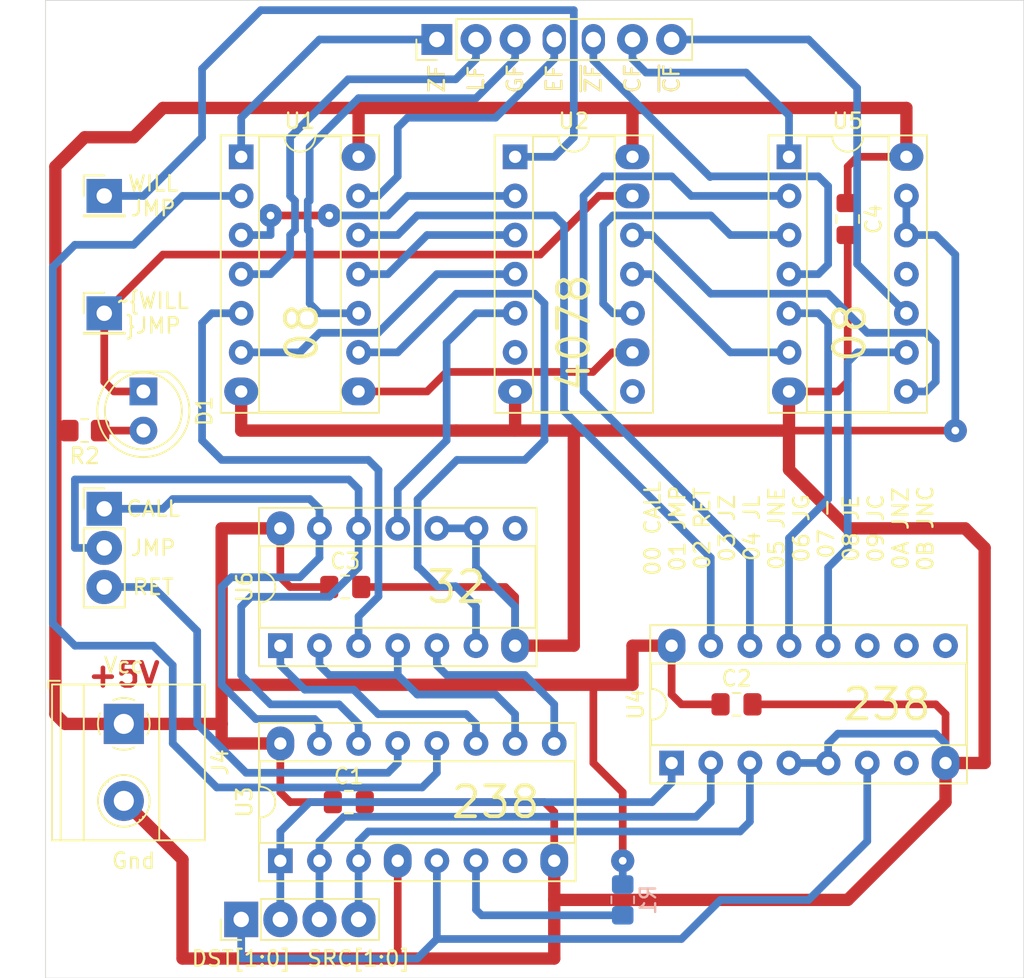
<source format=kicad_pcb>
(kicad_pcb (version 20171130) (host pcbnew "(5.1.8)-1")

  (general
    (thickness 1.6)
    (drawings 35)
    (tracks 353)
    (zones 0)
    (modules 23)
    (nets 48)
  )

  (page A4 portrait)
  (layers
    (0 F.Cu signal)
    (31 B.Cu signal)
    (32 B.Adhes user)
    (33 F.Adhes user)
    (34 B.Paste user)
    (35 F.Paste user)
    (36 B.SilkS user)
    (37 F.SilkS user)
    (38 B.Mask user)
    (39 F.Mask user)
    (40 Dwgs.User user)
    (41 Cmts.User user)
    (42 Eco1.User user)
    (43 Eco2.User user)
    (44 Edge.Cuts user)
    (45 Margin user)
    (46 B.CrtYd user)
    (47 F.CrtYd user)
    (48 B.Fab user)
    (49 F.Fab user)
  )

  (setup
    (last_trace_width 0.5)
    (user_trace_width 0.5)
    (user_trace_width 0.6)
    (user_trace_width 0.8)
    (trace_clearance 0.2)
    (zone_clearance 0.508)
    (zone_45_only no)
    (trace_min 0.5)
    (via_size 0.8)
    (via_drill 0.4)
    (via_min_size 0.4)
    (via_min_drill 0.3)
    (user_via 1.5 0.5)
    (uvia_size 0.3)
    (uvia_drill 0.1)
    (uvias_allowed no)
    (uvia_min_size 0.2)
    (uvia_min_drill 0.1)
    (edge_width 0.05)
    (segment_width 0.2)
    (pcb_text_width 0.3)
    (pcb_text_size 1.5 1.5)
    (mod_edge_width 0.12)
    (mod_text_size 1 1)
    (mod_text_width 0.15)
    (pad_size 2.2 1.8)
    (pad_drill 0.8)
    (pad_to_mask_clearance 0)
    (aux_axis_origin 0 0)
    (visible_elements 7FFFFFFF)
    (pcbplotparams
      (layerselection 0x010fc_ffffffff)
      (usegerberextensions false)
      (usegerberattributes true)
      (usegerberadvancedattributes true)
      (creategerberjobfile true)
      (excludeedgelayer true)
      (linewidth 0.100000)
      (plotframeref false)
      (viasonmask false)
      (mode 1)
      (useauxorigin false)
      (hpglpennumber 1)
      (hpglpenspeed 20)
      (hpglpendiameter 15.000000)
      (psnegative false)
      (psa4output false)
      (plotreference true)
      (plotvalue true)
      (plotinvisibletext false)
      (padsonsilk false)
      (subtractmaskfromsilk false)
      (outputformat 1)
      (mirror false)
      (drillshape 1)
      (scaleselection 1)
      (outputdirectory ""))
  )

  (net 0 "")
  (net 1 /JMP)
  (net 2 /DST[1])
  (net 3 /DST[0])
  (net 4 /SRC[1])
  (net 5 /SRC[0])
  (net 6 /ZF)
  (net 7 /LF)
  (net 8 /EF)
  (net 9 /GF)
  (net 10 /CF)
  (net 11 /~ZF)
  (net 12 /~CF)
  (net 13 VCC)
  (net 14 GND)
  (net 15 "Net-(R1-Pad1)")
  (net 16 /JZ)
  (net 17 "Net-(U1-Pad8)")
  (net 18 /JE)
  (net 19 "Net-(U1-Pad3)")
  (net 20 "Net-(U1-Pad11)")
  (net 21 "Net-(U1-Pad6)")
  (net 22 "Net-(U2-Pad8)")
  (net 23 /CALL)
  (net 24 "Net-(U2-Pad11)")
  (net 25 "Net-(U2-Pad12)")
  (net 26 "Net-(U2-Pad6)")
  (net 27 /JG)
  (net 28 /JL)
  (net 29 /RET)
  (net 30 /JC)
  (net 31 /JNZ)
  (net 32 "Net-(U4-Pad7)")
  (net 33 /JNC)
  (net 34 /JNE)
  (net 35 "Net-(U4-Pad11)")
  (net 36 "Net-(U4-Pad10)")
  (net 37 "Net-(U4-Pad9)")
  (net 38 "Net-(U5-Pad11)")
  (net 39 /WILL_JMP)
  (net 40 "Net-(U6-Pad8)")
  (net 41 "Net-(U2-Pad10)")
  (net 42 "Net-(U2-Pad5)")
  (net 43 "Net-(U1-Pad9)")
  (net 44 "Net-(U1-Pad5)")
  (net 45 /~WILL_JMP)
  (net 46 "Net-(U3-Pad7)")
  (net 47 "Net-(D1-Pad2)")

  (net_class Default "This is the default net class."
    (clearance 0.2)
    (trace_width 0.5)
    (via_dia 0.8)
    (via_drill 0.4)
    (uvia_dia 0.3)
    (uvia_drill 0.1)
    (diff_pair_width 0.5)
    (diff_pair_gap 0.25)
    (add_net /CALL)
    (add_net /CF)
    (add_net /DST[0])
    (add_net /DST[1])
    (add_net /EF)
    (add_net /GF)
    (add_net /JC)
    (add_net /JE)
    (add_net /JG)
    (add_net /JL)
    (add_net /JMP)
    (add_net /JNC)
    (add_net /JNE)
    (add_net /JNZ)
    (add_net /JZ)
    (add_net /LF)
    (add_net /RET)
    (add_net /SRC[0])
    (add_net /SRC[1])
    (add_net /WILL_JMP)
    (add_net /ZF)
    (add_net /~CF)
    (add_net /~WILL_JMP)
    (add_net /~ZF)
    (add_net GND)
    (add_net "Net-(D1-Pad2)")
    (add_net "Net-(R1-Pad1)")
    (add_net "Net-(U1-Pad11)")
    (add_net "Net-(U1-Pad3)")
    (add_net "Net-(U1-Pad5)")
    (add_net "Net-(U1-Pad6)")
    (add_net "Net-(U1-Pad8)")
    (add_net "Net-(U1-Pad9)")
    (add_net "Net-(U2-Pad10)")
    (add_net "Net-(U2-Pad11)")
    (add_net "Net-(U2-Pad12)")
    (add_net "Net-(U2-Pad5)")
    (add_net "Net-(U2-Pad6)")
    (add_net "Net-(U2-Pad8)")
    (add_net "Net-(U3-Pad7)")
    (add_net "Net-(U4-Pad10)")
    (add_net "Net-(U4-Pad11)")
    (add_net "Net-(U4-Pad7)")
    (add_net "Net-(U4-Pad9)")
    (add_net "Net-(U5-Pad11)")
    (add_net "Net-(U6-Pad8)")
    (add_net VCC)
  )

  (module Capacitor_SMD:C_0805_2012Metric_Pad1.18x1.45mm_HandSolder (layer F.Cu) (tedit 5F68FEEF) (tstamp 63F2430F)
    (at 123.19 42.1425 270)
    (descr "Capacitor SMD 0805 (2012 Metric), square (rectangular) end terminal, IPC_7351 nominal with elongated pad for handsoldering. (Body size source: IPC-SM-782 page 76, https://www.pcb-3d.com/wordpress/wp-content/uploads/ipc-sm-782a_amendment_1_and_2.pdf, https://docs.google.com/spreadsheets/d/1BsfQQcO9C6DZCsRaXUlFlo91Tg2WpOkGARC1WS5S8t0/edit?usp=sharing), generated with kicad-footprint-generator")
    (tags "capacitor handsolder")
    (path /6404971A)
    (attr smd)
    (fp_text reference C4 (at 0 -1.68 90) (layer F.SilkS)
      (effects (font (size 1 1) (thickness 0.15)))
    )
    (fp_text value 0.1uF (at 0 1.68 90) (layer F.Fab)
      (effects (font (size 1 1) (thickness 0.15)))
    )
    (fp_text user %R (at 0 0 90) (layer F.Fab)
      (effects (font (size 0.5 0.5) (thickness 0.08)))
    )
    (fp_line (start -1 0.625) (end -1 -0.625) (layer F.Fab) (width 0.1))
    (fp_line (start -1 -0.625) (end 1 -0.625) (layer F.Fab) (width 0.1))
    (fp_line (start 1 -0.625) (end 1 0.625) (layer F.Fab) (width 0.1))
    (fp_line (start 1 0.625) (end -1 0.625) (layer F.Fab) (width 0.1))
    (fp_line (start -0.261252 -0.735) (end 0.261252 -0.735) (layer F.SilkS) (width 0.12))
    (fp_line (start -0.261252 0.735) (end 0.261252 0.735) (layer F.SilkS) (width 0.12))
    (fp_line (start -1.88 0.98) (end -1.88 -0.98) (layer F.CrtYd) (width 0.05))
    (fp_line (start -1.88 -0.98) (end 1.88 -0.98) (layer F.CrtYd) (width 0.05))
    (fp_line (start 1.88 -0.98) (end 1.88 0.98) (layer F.CrtYd) (width 0.05))
    (fp_line (start 1.88 0.98) (end -1.88 0.98) (layer F.CrtYd) (width 0.05))
    (pad 2 smd roundrect (at 1.0375 0 270) (size 1.175 1.45) (layers F.Cu F.Paste F.Mask) (roundrect_rratio 0.212766)
      (net 14 GND))
    (pad 1 smd roundrect (at -1.0375 0 270) (size 1.175 1.45) (layers F.Cu F.Paste F.Mask) (roundrect_rratio 0.212766)
      (net 13 VCC))
    (model ${KISYS3DMOD}/Capacitor_SMD.3dshapes/C_0805_2012Metric.wrl
      (at (xyz 0 0 0))
      (scale (xyz 1 1 1))
      (rotate (xyz 0 0 0))
    )
  )

  (module Capacitor_SMD:C_0805_2012Metric_Pad1.18x1.45mm_HandSolder (layer F.Cu) (tedit 5F68FEEF) (tstamp 63F242FE)
    (at 90.5725 66.04)
    (descr "Capacitor SMD 0805 (2012 Metric), square (rectangular) end terminal, IPC_7351 nominal with elongated pad for handsoldering. (Body size source: IPC-SM-782 page 76, https://www.pcb-3d.com/wordpress/wp-content/uploads/ipc-sm-782a_amendment_1_and_2.pdf, https://docs.google.com/spreadsheets/d/1BsfQQcO9C6DZCsRaXUlFlo91Tg2WpOkGARC1WS5S8t0/edit?usp=sharing), generated with kicad-footprint-generator")
    (tags "capacitor handsolder")
    (path /64042C84)
    (attr smd)
    (fp_text reference C3 (at 0 -1.68) (layer F.SilkS)
      (effects (font (size 1 1) (thickness 0.15)))
    )
    (fp_text value 0.1uF (at 0 1.68) (layer F.Fab)
      (effects (font (size 1 1) (thickness 0.15)))
    )
    (fp_text user %R (at 0 0) (layer F.Fab)
      (effects (font (size 0.5 0.5) (thickness 0.08)))
    )
    (fp_line (start -1 0.625) (end -1 -0.625) (layer F.Fab) (width 0.1))
    (fp_line (start -1 -0.625) (end 1 -0.625) (layer F.Fab) (width 0.1))
    (fp_line (start 1 -0.625) (end 1 0.625) (layer F.Fab) (width 0.1))
    (fp_line (start 1 0.625) (end -1 0.625) (layer F.Fab) (width 0.1))
    (fp_line (start -0.261252 -0.735) (end 0.261252 -0.735) (layer F.SilkS) (width 0.12))
    (fp_line (start -0.261252 0.735) (end 0.261252 0.735) (layer F.SilkS) (width 0.12))
    (fp_line (start -1.88 0.98) (end -1.88 -0.98) (layer F.CrtYd) (width 0.05))
    (fp_line (start -1.88 -0.98) (end 1.88 -0.98) (layer F.CrtYd) (width 0.05))
    (fp_line (start 1.88 -0.98) (end 1.88 0.98) (layer F.CrtYd) (width 0.05))
    (fp_line (start 1.88 0.98) (end -1.88 0.98) (layer F.CrtYd) (width 0.05))
    (pad 2 smd roundrect (at 1.0375 0) (size 1.175 1.45) (layers F.Cu F.Paste F.Mask) (roundrect_rratio 0.212766)
      (net 14 GND))
    (pad 1 smd roundrect (at -1.0375 0) (size 1.175 1.45) (layers F.Cu F.Paste F.Mask) (roundrect_rratio 0.212766)
      (net 13 VCC))
    (model ${KISYS3DMOD}/Capacitor_SMD.3dshapes/C_0805_2012Metric.wrl
      (at (xyz 0 0 0))
      (scale (xyz 1 1 1))
      (rotate (xyz 0 0 0))
    )
  )

  (module Capacitor_SMD:C_0805_2012Metric_Pad1.18x1.45mm_HandSolder (layer F.Cu) (tedit 5F68FEEF) (tstamp 63F242ED)
    (at 115.9725 73.66)
    (descr "Capacitor SMD 0805 (2012 Metric), square (rectangular) end terminal, IPC_7351 nominal with elongated pad for handsoldering. (Body size source: IPC-SM-782 page 76, https://www.pcb-3d.com/wordpress/wp-content/uploads/ipc-sm-782a_amendment_1_and_2.pdf, https://docs.google.com/spreadsheets/d/1BsfQQcO9C6DZCsRaXUlFlo91Tg2WpOkGARC1WS5S8t0/edit?usp=sharing), generated with kicad-footprint-generator")
    (tags "capacitor handsolder")
    (path /640401B9)
    (attr smd)
    (fp_text reference C2 (at 0 -1.68) (layer F.SilkS)
      (effects (font (size 1 1) (thickness 0.15)))
    )
    (fp_text value 0.1uF (at 0 1.68) (layer F.Fab)
      (effects (font (size 1 1) (thickness 0.15)))
    )
    (fp_text user %R (at 0 0) (layer F.Fab)
      (effects (font (size 0.5 0.5) (thickness 0.08)))
    )
    (fp_line (start -1 0.625) (end -1 -0.625) (layer F.Fab) (width 0.1))
    (fp_line (start -1 -0.625) (end 1 -0.625) (layer F.Fab) (width 0.1))
    (fp_line (start 1 -0.625) (end 1 0.625) (layer F.Fab) (width 0.1))
    (fp_line (start 1 0.625) (end -1 0.625) (layer F.Fab) (width 0.1))
    (fp_line (start -0.261252 -0.735) (end 0.261252 -0.735) (layer F.SilkS) (width 0.12))
    (fp_line (start -0.261252 0.735) (end 0.261252 0.735) (layer F.SilkS) (width 0.12))
    (fp_line (start -1.88 0.98) (end -1.88 -0.98) (layer F.CrtYd) (width 0.05))
    (fp_line (start -1.88 -0.98) (end 1.88 -0.98) (layer F.CrtYd) (width 0.05))
    (fp_line (start 1.88 -0.98) (end 1.88 0.98) (layer F.CrtYd) (width 0.05))
    (fp_line (start 1.88 0.98) (end -1.88 0.98) (layer F.CrtYd) (width 0.05))
    (pad 2 smd roundrect (at 1.0375 0) (size 1.175 1.45) (layers F.Cu F.Paste F.Mask) (roundrect_rratio 0.212766)
      (net 14 GND))
    (pad 1 smd roundrect (at -1.0375 0) (size 1.175 1.45) (layers F.Cu F.Paste F.Mask) (roundrect_rratio 0.212766)
      (net 13 VCC))
    (model ${KISYS3DMOD}/Capacitor_SMD.3dshapes/C_0805_2012Metric.wrl
      (at (xyz 0 0 0))
      (scale (xyz 1 1 1))
      (rotate (xyz 0 0 0))
    )
  )

  (module Resistor_SMD:R_0805_2012Metric_Pad1.20x1.40mm_HandSolder (layer F.Cu) (tedit 5F68FEEE) (tstamp 63F2346F)
    (at 73.66 55.88 180)
    (descr "Resistor SMD 0805 (2012 Metric), square (rectangular) end terminal, IPC_7351 nominal with elongated pad for handsoldering. (Body size source: IPC-SM-782 page 72, https://www.pcb-3d.com/wordpress/wp-content/uploads/ipc-sm-782a_amendment_1_and_2.pdf), generated with kicad-footprint-generator")
    (tags "resistor handsolder")
    (path /63FF399E)
    (attr smd)
    (fp_text reference R2 (at 0 -1.65) (layer F.SilkS)
      (effects (font (size 1 1) (thickness 0.15)))
    )
    (fp_text value 1k (at 0 1.65) (layer F.Fab)
      (effects (font (size 1 1) (thickness 0.15)))
    )
    (fp_line (start 1.85 0.95) (end -1.85 0.95) (layer F.CrtYd) (width 0.05))
    (fp_line (start 1.85 -0.95) (end 1.85 0.95) (layer F.CrtYd) (width 0.05))
    (fp_line (start -1.85 -0.95) (end 1.85 -0.95) (layer F.CrtYd) (width 0.05))
    (fp_line (start -1.85 0.95) (end -1.85 -0.95) (layer F.CrtYd) (width 0.05))
    (fp_line (start -0.227064 0.735) (end 0.227064 0.735) (layer F.SilkS) (width 0.12))
    (fp_line (start -0.227064 -0.735) (end 0.227064 -0.735) (layer F.SilkS) (width 0.12))
    (fp_line (start 1 0.625) (end -1 0.625) (layer F.Fab) (width 0.1))
    (fp_line (start 1 -0.625) (end 1 0.625) (layer F.Fab) (width 0.1))
    (fp_line (start -1 -0.625) (end 1 -0.625) (layer F.Fab) (width 0.1))
    (fp_line (start -1 0.625) (end -1 -0.625) (layer F.Fab) (width 0.1))
    (fp_text user %R (at 0 0) (layer F.Fab)
      (effects (font (size 0.5 0.5) (thickness 0.08)))
    )
    (pad 2 smd roundrect (at 1 0 180) (size 1.2 1.4) (layers F.Cu F.Paste F.Mask) (roundrect_rratio 0.208333)
      (net 13 VCC))
    (pad 1 smd roundrect (at -1 0 180) (size 1.2 1.4) (layers F.Cu F.Paste F.Mask) (roundrect_rratio 0.208333)
      (net 47 "Net-(D1-Pad2)"))
    (model ${KISYS3DMOD}/Resistor_SMD.3dshapes/R_0805_2012Metric.wrl
      (at (xyz 0 0 0))
      (scale (xyz 1 1 1))
      (rotate (xyz 0 0 0))
    )
  )

  (module LED_THT:LED_D5.0mm (layer F.Cu) (tedit 5995936A) (tstamp 63F232D2)
    (at 77.47 53.34 270)
    (descr "LED, diameter 5.0mm, 2 pins, http://cdn-reichelt.de/documents/datenblatt/A500/LL-504BC2E-009.pdf")
    (tags "LED diameter 5.0mm 2 pins")
    (path /63FEF904)
    (fp_text reference D1 (at 1.27 -3.96 90) (layer F.SilkS)
      (effects (font (size 1 1) (thickness 0.15)))
    )
    (fp_text value LED (at 1.27 3.96 90) (layer F.Fab)
      (effects (font (size 1 1) (thickness 0.15)))
    )
    (fp_line (start 4.5 -3.25) (end -1.95 -3.25) (layer F.CrtYd) (width 0.05))
    (fp_line (start 4.5 3.25) (end 4.5 -3.25) (layer F.CrtYd) (width 0.05))
    (fp_line (start -1.95 3.25) (end 4.5 3.25) (layer F.CrtYd) (width 0.05))
    (fp_line (start -1.95 -3.25) (end -1.95 3.25) (layer F.CrtYd) (width 0.05))
    (fp_line (start -1.29 -1.545) (end -1.29 1.545) (layer F.SilkS) (width 0.12))
    (fp_line (start -1.23 -1.469694) (end -1.23 1.469694) (layer F.Fab) (width 0.1))
    (fp_circle (center 1.27 0) (end 3.77 0) (layer F.SilkS) (width 0.12))
    (fp_circle (center 1.27 0) (end 3.77 0) (layer F.Fab) (width 0.1))
    (fp_text user %R (at 1.25 0 90) (layer F.Fab)
      (effects (font (size 0.8 0.8) (thickness 0.2)))
    )
    (fp_arc (start 1.27 0) (end -1.29 1.54483) (angle -148.9) (layer F.SilkS) (width 0.12))
    (fp_arc (start 1.27 0) (end -1.29 -1.54483) (angle 148.9) (layer F.SilkS) (width 0.12))
    (fp_arc (start 1.27 0) (end -1.23 -1.469694) (angle 299.1) (layer F.Fab) (width 0.1))
    (pad 2 thru_hole circle (at 2.54 0 270) (size 1.8 1.8) (drill 0.9) (layers *.Cu *.Mask)
      (net 47 "Net-(D1-Pad2)"))
    (pad 1 thru_hole rect (at 0 0 270) (size 1.8 1.8) (drill 0.9) (layers *.Cu *.Mask)
      (net 45 /~WILL_JMP))
    (model ${KISYS3DMOD}/LED_THT.3dshapes/LED_D5.0mm.wrl
      (at (xyz 0 0 0))
      (scale (xyz 1 1 1))
      (rotate (xyz 0 0 0))
    )
  )

  (module Capacitor_SMD:C_0805_2012Metric_Pad1.18x1.45mm_HandSolder (layer F.Cu) (tedit 5F68FEEF) (tstamp 63F232C0)
    (at 90.805 80.01)
    (descr "Capacitor SMD 0805 (2012 Metric), square (rectangular) end terminal, IPC_7351 nominal with elongated pad for handsoldering. (Body size source: IPC-SM-782 page 76, https://www.pcb-3d.com/wordpress/wp-content/uploads/ipc-sm-782a_amendment_1_and_2.pdf, https://docs.google.com/spreadsheets/d/1BsfQQcO9C6DZCsRaXUlFlo91Tg2WpOkGARC1WS5S8t0/edit?usp=sharing), generated with kicad-footprint-generator")
    (tags "capacitor handsolder")
    (path /64008C71)
    (attr smd)
    (fp_text reference C1 (at 0 -1.68) (layer F.SilkS)
      (effects (font (size 1 1) (thickness 0.15)))
    )
    (fp_text value 0.1uF (at 0 1.68) (layer F.Fab)
      (effects (font (size 1 1) (thickness 0.15)))
    )
    (fp_line (start 1.88 0.98) (end -1.88 0.98) (layer F.CrtYd) (width 0.05))
    (fp_line (start 1.88 -0.98) (end 1.88 0.98) (layer F.CrtYd) (width 0.05))
    (fp_line (start -1.88 -0.98) (end 1.88 -0.98) (layer F.CrtYd) (width 0.05))
    (fp_line (start -1.88 0.98) (end -1.88 -0.98) (layer F.CrtYd) (width 0.05))
    (fp_line (start -0.261252 0.735) (end 0.261252 0.735) (layer F.SilkS) (width 0.12))
    (fp_line (start -0.261252 -0.735) (end 0.261252 -0.735) (layer F.SilkS) (width 0.12))
    (fp_line (start 1 0.625) (end -1 0.625) (layer F.Fab) (width 0.1))
    (fp_line (start 1 -0.625) (end 1 0.625) (layer F.Fab) (width 0.1))
    (fp_line (start -1 -0.625) (end 1 -0.625) (layer F.Fab) (width 0.1))
    (fp_line (start -1 0.625) (end -1 -0.625) (layer F.Fab) (width 0.1))
    (fp_text user %R (at 0 0) (layer F.Fab)
      (effects (font (size 0.5 0.5) (thickness 0.08)))
    )
    (pad 2 smd roundrect (at 1.0375 0) (size 1.175 1.45) (layers F.Cu F.Paste F.Mask) (roundrect_rratio 0.212766)
      (net 14 GND))
    (pad 1 smd roundrect (at -1.0375 0) (size 1.175 1.45) (layers F.Cu F.Paste F.Mask) (roundrect_rratio 0.212766)
      (net 13 VCC))
    (model ${KISYS3DMOD}/Capacitor_SMD.3dshapes/C_0805_2012Metric.wrl
      (at (xyz 0 0 0))
      (scale (xyz 1 1 1))
      (rotate (xyz 0 0 0))
    )
  )

  (module Connector_PinHeader_2.54mm:PinHeader_1x03_P2.54mm_Vertical (layer F.Cu) (tedit 59FED5CC) (tstamp 63F2667C)
    (at 74.93 60.96)
    (descr "Through hole straight pin header, 1x03, 2.54mm pitch, single row")
    (tags "Through hole pin header THT 1x03 2.54mm single row")
    (path /63FA3CAC)
    (fp_text reference J6 (at 0 -2.33) (layer F.SilkS) hide
      (effects (font (size 1 1) (thickness 0.15)))
    )
    (fp_text value Conn_01x03_Male (at 0 7.41) (layer F.Fab)
      (effects (font (size 1 1) (thickness 0.15)))
    )
    (fp_line (start 1.8 -1.8) (end -1.8 -1.8) (layer F.CrtYd) (width 0.05))
    (fp_line (start 1.8 6.85) (end 1.8 -1.8) (layer F.CrtYd) (width 0.05))
    (fp_line (start -1.8 6.85) (end 1.8 6.85) (layer F.CrtYd) (width 0.05))
    (fp_line (start -1.8 -1.8) (end -1.8 6.85) (layer F.CrtYd) (width 0.05))
    (fp_line (start -1.33 -1.33) (end 0 -1.33) (layer F.SilkS) (width 0.12))
    (fp_line (start -1.33 0) (end -1.33 -1.33) (layer F.SilkS) (width 0.12))
    (fp_line (start -1.33 1.27) (end 1.33 1.27) (layer F.SilkS) (width 0.12))
    (fp_line (start 1.33 1.27) (end 1.33 6.41) (layer F.SilkS) (width 0.12))
    (fp_line (start -1.33 1.27) (end -1.33 6.41) (layer F.SilkS) (width 0.12))
    (fp_line (start -1.33 6.41) (end 1.33 6.41) (layer F.SilkS) (width 0.12))
    (fp_line (start -1.27 -0.635) (end -0.635 -1.27) (layer F.Fab) (width 0.1))
    (fp_line (start -1.27 6.35) (end -1.27 -0.635) (layer F.Fab) (width 0.1))
    (fp_line (start 1.27 6.35) (end -1.27 6.35) (layer F.Fab) (width 0.1))
    (fp_line (start 1.27 -1.27) (end 1.27 6.35) (layer F.Fab) (width 0.1))
    (fp_line (start -0.635 -1.27) (end 1.27 -1.27) (layer F.Fab) (width 0.1))
    (fp_text user %R (at 0 2.54 90) (layer F.Fab)
      (effects (font (size 1 1) (thickness 0.15)))
    )
    (pad 3 thru_hole oval (at 0 5.08) (size 2.3 2.2) (drill 1) (layers *.Cu *.Mask)
      (net 29 /RET))
    (pad 2 thru_hole oval (at 0 2.54) (size 2.3 2.2) (drill 1) (layers *.Cu *.Mask)
      (net 1 /JMP))
    (pad 1 thru_hole rect (at 0 0) (size 2.3 2.2) (drill 1) (layers *.Cu *.Mask)
      (net 23 /CALL))
    (model ${KISYS3DMOD}/Connector_PinHeader_2.54mm.3dshapes/PinHeader_1x03_P2.54mm_Vertical.wrl
      (at (xyz 0 0 0))
      (scale (xyz 1 1 1))
      (rotate (xyz 0 0 0))
    )
  )

  (module Connector_PinHeader_2.54mm:PinHeader_1x01_P2.54mm_Vertical (layer F.Cu) (tedit 59FED5CC) (tstamp 63F26665)
    (at 74.93 48.26)
    (descr "Through hole straight pin header, 1x01, 2.54mm pitch, single row")
    (tags "Through hole pin header THT 1x01 2.54mm single row")
    (path /63F9CFFC)
    (fp_text reference J5 (at 0 -2.33) (layer F.SilkS) hide
      (effects (font (size 1 1) (thickness 0.15)))
    )
    (fp_text value Conn_01x01_Male (at 0 2.33) (layer F.Fab)
      (effects (font (size 1 1) (thickness 0.15)))
    )
    (fp_line (start 1.8 -1.8) (end -1.8 -1.8) (layer F.CrtYd) (width 0.05))
    (fp_line (start 1.8 1.8) (end 1.8 -1.8) (layer F.CrtYd) (width 0.05))
    (fp_line (start -1.8 1.8) (end 1.8 1.8) (layer F.CrtYd) (width 0.05))
    (fp_line (start -1.8 -1.8) (end -1.8 1.8) (layer F.CrtYd) (width 0.05))
    (fp_line (start -1.33 -1.33) (end 0 -1.33) (layer F.SilkS) (width 0.12))
    (fp_line (start -1.33 0) (end -1.33 -1.33) (layer F.SilkS) (width 0.12))
    (fp_line (start -1.33 1.27) (end 1.33 1.27) (layer F.SilkS) (width 0.12))
    (fp_line (start 1.33 1.27) (end 1.33 1.33) (layer F.SilkS) (width 0.12))
    (fp_line (start -1.33 1.27) (end -1.33 1.33) (layer F.SilkS) (width 0.12))
    (fp_line (start -1.33 1.33) (end 1.33 1.33) (layer F.SilkS) (width 0.12))
    (fp_line (start -1.27 -0.635) (end -0.635 -1.27) (layer F.Fab) (width 0.1))
    (fp_line (start -1.27 1.27) (end -1.27 -0.635) (layer F.Fab) (width 0.1))
    (fp_line (start 1.27 1.27) (end -1.27 1.27) (layer F.Fab) (width 0.1))
    (fp_line (start 1.27 -1.27) (end 1.27 1.27) (layer F.Fab) (width 0.1))
    (fp_line (start -0.635 -1.27) (end 1.27 -1.27) (layer F.Fab) (width 0.1))
    (fp_text user %R (at 0 0 90) (layer F.Fab)
      (effects (font (size 1 1) (thickness 0.15)))
    )
    (pad 1 thru_hole rect (at 0 0) (size 2.3 2.2) (drill 1) (layers *.Cu *.Mask)
      (net 45 /~WILL_JMP))
    (model ${KISYS3DMOD}/Connector_PinHeader_2.54mm.3dshapes/PinHeader_1x01_P2.54mm_Vertical.wrl
      (at (xyz 0 0 0))
      (scale (xyz 1 1 1))
      (rotate (xyz 0 0 0))
    )
  )

  (module MountingHole:MountingHole_3.2mm_M3 (layer F.Cu) (tedit 56D1B4CB) (tstamp 63F17A7B)
    (at 130.81 87.63)
    (descr "Mounting Hole 3.2mm, no annular, M3")
    (tags "mounting hole 3.2mm no annular m3")
    (path /63FDEE84)
    (attr virtual)
    (fp_text reference H4 (at 0 -4.2) (layer F.SilkS) hide
      (effects (font (size 1 1) (thickness 0.15)))
    )
    (fp_text value MountingHole (at -2.54 2.54) (layer F.Fab)
      (effects (font (size 1 1) (thickness 0.15)))
    )
    (fp_circle (center 0 0) (end 3.45 0) (layer F.CrtYd) (width 0.05))
    (fp_circle (center 0 0) (end 3.2 0) (layer Cmts.User) (width 0.15))
    (fp_text user %R (at 0.3 0) (layer F.Fab)
      (effects (font (size 1 1) (thickness 0.15)))
    )
    (pad 1 np_thru_hole circle (at 0 0) (size 3.2 3.2) (drill 3.2) (layers *.Cu *.Mask))
  )

  (module MountingHole:MountingHole_3.2mm_M3 (layer F.Cu) (tedit 56D1B4CB) (tstamp 63F17A73)
    (at 130.81 31.75)
    (descr "Mounting Hole 3.2mm, no annular, M3")
    (tags "mounting hole 3.2mm no annular m3")
    (path /63FDEB57)
    (attr virtual)
    (fp_text reference H3 (at 1.27 5.08) (layer F.SilkS) hide
      (effects (font (size 1 1) (thickness 0.15)))
    )
    (fp_text value MountingHole (at -3.81 -2.54) (layer F.Fab)
      (effects (font (size 1 1) (thickness 0.15)))
    )
    (fp_circle (center 0 0) (end 3.45 0) (layer F.CrtYd) (width 0.05))
    (fp_circle (center 0 0) (end 3.2 0) (layer Cmts.User) (width 0.15))
    (fp_text user %R (at 0.3 0) (layer F.Fab)
      (effects (font (size 1 1) (thickness 0.15)))
    )
    (pad 1 np_thru_hole circle (at 0 0) (size 3.2 3.2) (drill 3.2) (layers *.Cu *.Mask))
  )

  (module MountingHole:MountingHole_3.2mm_M3 (layer F.Cu) (tedit 56D1B4CB) (tstamp 63F17A6B)
    (at 74.93 87.63)
    (descr "Mounting Hole 3.2mm, no annular, M3")
    (tags "mounting hole 3.2mm no annular m3")
    (path /63FDE866)
    (attr virtual)
    (fp_text reference H2 (at 0 -4.2) (layer F.SilkS) hide
      (effects (font (size 1 1) (thickness 0.15)))
    )
    (fp_text value MountingHole (at 3.81 2.54) (layer F.Fab)
      (effects (font (size 1 1) (thickness 0.15)))
    )
    (fp_circle (center 0 0) (end 3.45 0) (layer F.CrtYd) (width 0.05))
    (fp_circle (center 0 0) (end 3.2 0) (layer Cmts.User) (width 0.15))
    (fp_text user %R (at 0.3 0) (layer F.Fab)
      (effects (font (size 1 1) (thickness 0.15)))
    )
    (pad 1 np_thru_hole circle (at 0 0) (size 3.2 3.2) (drill 3.2) (layers *.Cu *.Mask))
  )

  (module MountingHole:MountingHole_3.2mm_M3 (layer F.Cu) (tedit 56D1B4CB) (tstamp 63F17A63)
    (at 74.93 31.75)
    (descr "Mounting Hole 3.2mm, no annular, M3")
    (tags "mounting hole 3.2mm no annular m3")
    (path /63FDD3F2)
    (attr virtual)
    (fp_text reference H1 (at -1.27 5.08) (layer F.SilkS) hide
      (effects (font (size 1 1) (thickness 0.15)))
    )
    (fp_text value MountingHole (at 3.81 -2.54) (layer F.Fab)
      (effects (font (size 1 1) (thickness 0.15)))
    )
    (fp_circle (center 0 0) (end 3.45 0) (layer F.CrtYd) (width 0.05))
    (fp_circle (center 0 0) (end 3.2 0) (layer Cmts.User) (width 0.15))
    (fp_text user %R (at 0.3 0) (layer F.Fab)
      (effects (font (size 1 1) (thickness 0.15)))
    )
    (pad 1 np_thru_hole circle (at 0 0) (size 3.2 3.2) (drill 3.2) (layers *.Cu *.Mask))
  )

  (module Connector_PinHeader_2.54mm:PinHeader_1x01_P2.54mm_Vertical (layer F.Cu) (tedit 59FED5CC) (tstamp 63F15DEA)
    (at 74.93 40.64)
    (descr "Through hole straight pin header, 1x01, 2.54mm pitch, single row")
    (tags "Through hole pin header THT 1x01 2.54mm single row")
    (path /63F87092)
    (fp_text reference J1 (at 0 -2.33) (layer F.SilkS) hide
      (effects (font (size 1 1) (thickness 0.15)))
    )
    (fp_text value Conn_01x01_Male (at 0 2.33) (layer F.Fab)
      (effects (font (size 1 1) (thickness 0.15)))
    )
    (fp_line (start -0.635 -1.27) (end 1.27 -1.27) (layer F.Fab) (width 0.1))
    (fp_line (start 1.27 -1.27) (end 1.27 1.27) (layer F.Fab) (width 0.1))
    (fp_line (start 1.27 1.27) (end -1.27 1.27) (layer F.Fab) (width 0.1))
    (fp_line (start -1.27 1.27) (end -1.27 -0.635) (layer F.Fab) (width 0.1))
    (fp_line (start -1.27 -0.635) (end -0.635 -1.27) (layer F.Fab) (width 0.1))
    (fp_line (start -1.33 1.33) (end 1.33 1.33) (layer F.SilkS) (width 0.12))
    (fp_line (start -1.33 1.27) (end -1.33 1.33) (layer F.SilkS) (width 0.12))
    (fp_line (start 1.33 1.27) (end 1.33 1.33) (layer F.SilkS) (width 0.12))
    (fp_line (start -1.33 1.27) (end 1.33 1.27) (layer F.SilkS) (width 0.12))
    (fp_line (start -1.33 0) (end -1.33 -1.33) (layer F.SilkS) (width 0.12))
    (fp_line (start -1.33 -1.33) (end 0 -1.33) (layer F.SilkS) (width 0.12))
    (fp_line (start -1.8 -1.8) (end -1.8 1.8) (layer F.CrtYd) (width 0.05))
    (fp_line (start -1.8 1.8) (end 1.8 1.8) (layer F.CrtYd) (width 0.05))
    (fp_line (start 1.8 1.8) (end 1.8 -1.8) (layer F.CrtYd) (width 0.05))
    (fp_line (start 1.8 -1.8) (end -1.8 -1.8) (layer F.CrtYd) (width 0.05))
    (fp_text user %R (at 0 0 90) (layer F.Fab)
      (effects (font (size 1 1) (thickness 0.15)))
    )
    (pad 1 thru_hole rect (at 0 0) (size 2.3 2.2) (drill 1) (layers *.Cu *.Mask)
      (net 39 /WILL_JMP))
    (model ${KISYS3DMOD}/Connector_PinHeader_2.54mm.3dshapes/PinHeader_1x01_P2.54mm_Vertical.wrl
      (at (xyz 0 0 0))
      (scale (xyz 1 1 1))
      (rotate (xyz 0 0 0))
    )
  )

  (module Connector_PinHeader_2.54mm:PinHeader_1x04_P2.54mm_Vertical (layer F.Cu) (tedit 59FED5CC) (tstamp 63F15E02)
    (at 83.82 87.63 90)
    (descr "Through hole straight pin header, 1x04, 2.54mm pitch, single row")
    (tags "Through hole pin header THT 1x04 2.54mm single row")
    (path /63F841CD)
    (fp_text reference J2 (at 0 -2.33 90) (layer F.SilkS) hide
      (effects (font (size 1 1) (thickness 0.15)))
    )
    (fp_text value Conn_01x04_Male (at 2.54 5.08) (layer F.Fab)
      (effects (font (size 1 1) (thickness 0.15)))
    )
    (fp_line (start -0.635 -1.27) (end 1.27 -1.27) (layer F.Fab) (width 0.1))
    (fp_line (start 1.27 -1.27) (end 1.27 8.89) (layer F.Fab) (width 0.1))
    (fp_line (start 1.27 8.89) (end -1.27 8.89) (layer F.Fab) (width 0.1))
    (fp_line (start -1.27 8.89) (end -1.27 -0.635) (layer F.Fab) (width 0.1))
    (fp_line (start -1.27 -0.635) (end -0.635 -1.27) (layer F.Fab) (width 0.1))
    (fp_line (start -1.33 8.95) (end 1.33 8.95) (layer F.SilkS) (width 0.12))
    (fp_line (start -1.33 1.27) (end -1.33 8.95) (layer F.SilkS) (width 0.12))
    (fp_line (start 1.33 1.27) (end 1.33 8.95) (layer F.SilkS) (width 0.12))
    (fp_line (start -1.33 1.27) (end 1.33 1.27) (layer F.SilkS) (width 0.12))
    (fp_line (start -1.33 0) (end -1.33 -1.33) (layer F.SilkS) (width 0.12))
    (fp_line (start -1.33 -1.33) (end 0 -1.33) (layer F.SilkS) (width 0.12))
    (fp_line (start -1.8 -1.8) (end -1.8 9.4) (layer F.CrtYd) (width 0.05))
    (fp_line (start -1.8 9.4) (end 1.8 9.4) (layer F.CrtYd) (width 0.05))
    (fp_line (start 1.8 9.4) (end 1.8 -1.8) (layer F.CrtYd) (width 0.05))
    (fp_line (start 1.8 -1.8) (end -1.8 -1.8) (layer F.CrtYd) (width 0.05))
    (fp_text user %R (at 0 3.81) (layer F.Fab)
      (effects (font (size 1 1) (thickness 0.15)))
    )
    (pad 1 thru_hole rect (at 0 0 90) (size 2.3 2.2) (drill 1) (layers *.Cu *.Mask)
      (net 2 /DST[1]))
    (pad 2 thru_hole oval (at 0 2.54 90) (size 2.3 2.2) (drill 1) (layers *.Cu *.Mask)
      (net 3 /DST[0]))
    (pad 3 thru_hole oval (at 0 5.08 90) (size 2.3 2.2) (drill 1) (layers *.Cu *.Mask)
      (net 4 /SRC[1]))
    (pad 4 thru_hole oval (at 0 7.62 90) (size 2.3 2.2) (drill 1) (layers *.Cu *.Mask)
      (net 5 /SRC[0]))
    (model ${KISYS3DMOD}/Connector_PinHeader_2.54mm.3dshapes/PinHeader_1x04_P2.54mm_Vertical.wrl
      (at (xyz 0 0 0))
      (scale (xyz 1 1 1))
      (rotate (xyz 0 0 0))
    )
  )

  (module Connector_PinHeader_2.54mm:PinHeader_1x07_P2.54mm_Vertical (layer F.Cu) (tedit 63F212A1) (tstamp 63F15E1D)
    (at 96.52 30.48 90)
    (descr "Through hole straight pin header, 1x07, 2.54mm pitch, single row")
    (tags "Through hole pin header THT 1x07 2.54mm single row")
    (path /63F7878E)
    (fp_text reference J3 (at 0 -2.33 90) (layer F.SilkS) hide
      (effects (font (size 1 1) (thickness 0.15)))
    )
    (fp_text value Conn_01x07_Male (at -2.54 7.62 180) (layer F.Fab)
      (effects (font (size 1 1) (thickness 0.15)))
    )
    (fp_line (start -0.635 -1.27) (end 1.27 -1.27) (layer F.Fab) (width 0.1))
    (fp_line (start 1.27 -1.27) (end 1.27 16.51) (layer F.Fab) (width 0.1))
    (fp_line (start 1.27 16.51) (end -1.27 16.51) (layer F.Fab) (width 0.1))
    (fp_line (start -1.27 16.51) (end -1.27 -0.635) (layer F.Fab) (width 0.1))
    (fp_line (start -1.27 -0.635) (end -0.635 -1.27) (layer F.Fab) (width 0.1))
    (fp_line (start -1.33 16.57) (end 1.33 16.57) (layer F.SilkS) (width 0.12))
    (fp_line (start -1.33 1.27) (end -1.33 16.57) (layer F.SilkS) (width 0.12))
    (fp_line (start 1.33 1.27) (end 1.33 16.57) (layer F.SilkS) (width 0.12))
    (fp_line (start -1.33 1.27) (end 1.33 1.27) (layer F.SilkS) (width 0.12))
    (fp_line (start -1.33 0) (end -1.33 -1.33) (layer F.SilkS) (width 0.12))
    (fp_line (start -1.33 -1.33) (end 0 -1.33) (layer F.SilkS) (width 0.12))
    (fp_line (start -1.8 -1.8) (end -1.8 17.05) (layer F.CrtYd) (width 0.05))
    (fp_line (start -1.8 17.05) (end 1.8 17.05) (layer F.CrtYd) (width 0.05))
    (fp_line (start 1.8 17.05) (end 1.8 -1.8) (layer F.CrtYd) (width 0.05))
    (fp_line (start 1.8 -1.8) (end -1.8 -1.8) (layer F.CrtYd) (width 0.05))
    (fp_text user %R (at 0 7.62) (layer F.Fab)
      (effects (font (size 1 1) (thickness 0.15)))
    )
    (pad 1 thru_hole rect (at 0 0 90) (size 2 2) (drill 1) (layers *.Cu *.Mask)
      (net 6 /ZF))
    (pad 2 thru_hole oval (at 0 2.54 90) (size 2 2) (drill 1) (layers *.Cu *.Mask)
      (net 7 /LF))
    (pad 3 thru_hole oval (at 0 5.08 90) (size 2 2) (drill 1) (layers *.Cu *.Mask)
      (net 9 /GF))
    (pad 4 thru_hole oval (at 0 7.62 90) (size 2 1.5) (drill 1) (layers *.Cu *.Mask)
      (net 8 /EF))
    (pad 5 thru_hole oval (at 0 10.16 90) (size 2 1.5) (drill 1) (layers *.Cu *.Mask)
      (net 11 /~ZF))
    (pad 6 thru_hole oval (at 0 12.7 90) (size 2 2) (drill 1) (layers *.Cu *.Mask)
      (net 10 /CF))
    (pad 7 thru_hole oval (at 0 15.24 90) (size 2 2) (drill 1) (layers *.Cu *.Mask)
      (net 12 /~CF))
    (model ${KISYS3DMOD}/Connector_PinHeader_2.54mm.3dshapes/PinHeader_1x07_P2.54mm_Vertical.wrl
      (at (xyz 0 0 0))
      (scale (xyz 1 1 1))
      (rotate (xyz 0 0 0))
    )
  )

  (module TerminalBlock_Phoenix:TerminalBlock_Phoenix_MKDS-1,5-2_1x02_P5.00mm_Horizontal (layer F.Cu) (tedit 5B294EE5) (tstamp 63F15E49)
    (at 76.2 74.93 270)
    (descr "Terminal Block Phoenix MKDS-1,5-2, 2 pins, pitch 5mm, size 10x9.8mm^2, drill diamater 1.3mm, pad diameter 2.6mm, see http://www.farnell.com/datasheets/100425.pdf, script-generated using https://github.com/pointhi/kicad-footprint-generator/scripts/TerminalBlock_Phoenix")
    (tags "THT Terminal Block Phoenix MKDS-1,5-2 pitch 5mm size 10x9.8mm^2 drill 1.3mm pad 2.6mm")
    (path /63F9A058)
    (fp_text reference J4 (at 2.5 -6.26 90) (layer F.SilkS)
      (effects (font (size 1 1) (thickness 0.15)))
    )
    (fp_text value Screw_Terminal_01x02 (at 2.5 5.66 90) (layer F.Fab)
      (effects (font (size 1 1) (thickness 0.15)))
    )
    (fp_circle (center 0 0) (end 1.5 0) (layer F.Fab) (width 0.1))
    (fp_circle (center 5 0) (end 6.5 0) (layer F.Fab) (width 0.1))
    (fp_circle (center 5 0) (end 6.68 0) (layer F.SilkS) (width 0.12))
    (fp_line (start -2.5 -5.2) (end 7.5 -5.2) (layer F.Fab) (width 0.1))
    (fp_line (start 7.5 -5.2) (end 7.5 4.6) (layer F.Fab) (width 0.1))
    (fp_line (start 7.5 4.6) (end -2 4.6) (layer F.Fab) (width 0.1))
    (fp_line (start -2 4.6) (end -2.5 4.1) (layer F.Fab) (width 0.1))
    (fp_line (start -2.5 4.1) (end -2.5 -5.2) (layer F.Fab) (width 0.1))
    (fp_line (start -2.5 4.1) (end 7.5 4.1) (layer F.Fab) (width 0.1))
    (fp_line (start -2.56 4.1) (end 7.56 4.1) (layer F.SilkS) (width 0.12))
    (fp_line (start -2.5 2.6) (end 7.5 2.6) (layer F.Fab) (width 0.1))
    (fp_line (start -2.56 2.6) (end 7.56 2.6) (layer F.SilkS) (width 0.12))
    (fp_line (start -2.5 -2.3) (end 7.5 -2.3) (layer F.Fab) (width 0.1))
    (fp_line (start -2.56 -2.301) (end 7.56 -2.301) (layer F.SilkS) (width 0.12))
    (fp_line (start -2.56 -5.261) (end 7.56 -5.261) (layer F.SilkS) (width 0.12))
    (fp_line (start -2.56 4.66) (end 7.56 4.66) (layer F.SilkS) (width 0.12))
    (fp_line (start -2.56 -5.261) (end -2.56 4.66) (layer F.SilkS) (width 0.12))
    (fp_line (start 7.56 -5.261) (end 7.56 4.66) (layer F.SilkS) (width 0.12))
    (fp_line (start 1.138 -0.955) (end -0.955 1.138) (layer F.Fab) (width 0.1))
    (fp_line (start 0.955 -1.138) (end -1.138 0.955) (layer F.Fab) (width 0.1))
    (fp_line (start 6.138 -0.955) (end 4.046 1.138) (layer F.Fab) (width 0.1))
    (fp_line (start 5.955 -1.138) (end 3.863 0.955) (layer F.Fab) (width 0.1))
    (fp_line (start 6.275 -1.069) (end 6.228 -1.023) (layer F.SilkS) (width 0.12))
    (fp_line (start 3.966 1.239) (end 3.931 1.274) (layer F.SilkS) (width 0.12))
    (fp_line (start 6.07 -1.275) (end 6.035 -1.239) (layer F.SilkS) (width 0.12))
    (fp_line (start 3.773 1.023) (end 3.726 1.069) (layer F.SilkS) (width 0.12))
    (fp_line (start -2.8 4.16) (end -2.8 4.9) (layer F.SilkS) (width 0.12))
    (fp_line (start -2.8 4.9) (end -2.3 4.9) (layer F.SilkS) (width 0.12))
    (fp_line (start -3 -5.71) (end -3 5.1) (layer F.CrtYd) (width 0.05))
    (fp_line (start -3 5.1) (end 8 5.1) (layer F.CrtYd) (width 0.05))
    (fp_line (start 8 5.1) (end 8 -5.71) (layer F.CrtYd) (width 0.05))
    (fp_line (start 8 -5.71) (end -3 -5.71) (layer F.CrtYd) (width 0.05))
    (fp_arc (start 0 0) (end 0 1.68) (angle -24) (layer F.SilkS) (width 0.12))
    (fp_arc (start 0 0) (end 1.535 0.684) (angle -48) (layer F.SilkS) (width 0.12))
    (fp_arc (start 0 0) (end 0.684 -1.535) (angle -48) (layer F.SilkS) (width 0.12))
    (fp_arc (start 0 0) (end -1.535 -0.684) (angle -48) (layer F.SilkS) (width 0.12))
    (fp_arc (start 0 0) (end -0.684 1.535) (angle -25) (layer F.SilkS) (width 0.12))
    (fp_text user %R (at 2.5 3.2 90) (layer F.Fab)
      (effects (font (size 1 1) (thickness 0.15)))
    )
    (pad 1 thru_hole rect (at 0 0 270) (size 2.6 2.6) (drill 1.3) (layers *.Cu *.Mask)
      (net 13 VCC))
    (pad 2 thru_hole circle (at 5 0 270) (size 2.6 2.6) (drill 1.3) (layers *.Cu *.Mask)
      (net 14 GND))
    (model ${KISYS3DMOD}/TerminalBlock_Phoenix.3dshapes/TerminalBlock_Phoenix_MKDS-1,5-2_1x02_P5.00mm_Horizontal.wrl
      (at (xyz 0 0 0))
      (scale (xyz 1 1 1))
      (rotate (xyz 0 0 0))
    )
  )

  (module Resistor_SMD:R_0805_2012Metric_Pad1.20x1.40mm_HandSolder (layer B.Cu) (tedit 5F68FEEE) (tstamp 63F15E5A)
    (at 108.585 86.36 90)
    (descr "Resistor SMD 0805 (2012 Metric), square (rectangular) end terminal, IPC_7351 nominal with elongated pad for handsoldering. (Body size source: IPC-SM-782 page 72, https://www.pcb-3d.com/wordpress/wp-content/uploads/ipc-sm-782a_amendment_1_and_2.pdf), generated with kicad-footprint-generator")
    (tags "resistor handsolder")
    (path /63F76748)
    (attr smd)
    (fp_text reference R1 (at 0 1.65 270) (layer B.SilkS)
      (effects (font (size 1 1) (thickness 0.15)) (justify mirror))
    )
    (fp_text value 10k (at 0 -1.65 270) (layer B.Fab)
      (effects (font (size 1 1) (thickness 0.15)) (justify mirror))
    )
    (fp_line (start -1 -0.625) (end -1 0.625) (layer B.Fab) (width 0.1))
    (fp_line (start -1 0.625) (end 1 0.625) (layer B.Fab) (width 0.1))
    (fp_line (start 1 0.625) (end 1 -0.625) (layer B.Fab) (width 0.1))
    (fp_line (start 1 -0.625) (end -1 -0.625) (layer B.Fab) (width 0.1))
    (fp_line (start -0.227064 0.735) (end 0.227064 0.735) (layer B.SilkS) (width 0.12))
    (fp_line (start -0.227064 -0.735) (end 0.227064 -0.735) (layer B.SilkS) (width 0.12))
    (fp_line (start -1.85 -0.95) (end -1.85 0.95) (layer B.CrtYd) (width 0.05))
    (fp_line (start -1.85 0.95) (end 1.85 0.95) (layer B.CrtYd) (width 0.05))
    (fp_line (start 1.85 0.95) (end 1.85 -0.95) (layer B.CrtYd) (width 0.05))
    (fp_line (start 1.85 -0.95) (end -1.85 -0.95) (layer B.CrtYd) (width 0.05))
    (fp_text user %R (at 0 0 270) (layer B.Fab)
      (effects (font (size 0.5 0.5) (thickness 0.08)) (justify mirror))
    )
    (pad 1 smd roundrect (at -1 0 90) (size 1.2 1.4) (layers B.Cu B.Paste B.Mask) (roundrect_rratio 0.208333)
      (net 15 "Net-(R1-Pad1)"))
    (pad 2 smd roundrect (at 1 0 90) (size 1.2 1.4) (layers B.Cu B.Paste B.Mask) (roundrect_rratio 0.208333)
      (net 13 VCC))
    (model ${KISYS3DMOD}/Resistor_SMD.3dshapes/R_0805_2012Metric.wrl
      (at (xyz 0 0 0))
      (scale (xyz 1 1 1))
      (rotate (xyz 0 0 0))
    )
  )

  (module Package_DIP:DIP-14_W7.62mm_Socket (layer F.Cu) (tedit 63F21965) (tstamp 63F15E84)
    (at 83.82 38.1)
    (descr "14-lead though-hole mounted DIP package, row spacing 7.62 mm (300 mils), Socket")
    (tags "THT DIP DIL PDIP 2.54mm 7.62mm 300mil Socket")
    (path /63F13109)
    (fp_text reference U1 (at 3.81 -2.33) (layer F.SilkS)
      (effects (font (size 1 1) (thickness 0.15)))
    )
    (fp_text value 74LS08 (at 3.81 17.57) (layer F.Fab)
      (effects (font (size 1 1) (thickness 0.15)))
    )
    (fp_line (start 1.635 -1.27) (end 6.985 -1.27) (layer F.Fab) (width 0.1))
    (fp_line (start 6.985 -1.27) (end 6.985 16.51) (layer F.Fab) (width 0.1))
    (fp_line (start 6.985 16.51) (end 0.635 16.51) (layer F.Fab) (width 0.1))
    (fp_line (start 0.635 16.51) (end 0.635 -0.27) (layer F.Fab) (width 0.1))
    (fp_line (start 0.635 -0.27) (end 1.635 -1.27) (layer F.Fab) (width 0.1))
    (fp_line (start -1.27 -1.33) (end -1.27 16.57) (layer F.Fab) (width 0.1))
    (fp_line (start -1.27 16.57) (end 8.89 16.57) (layer F.Fab) (width 0.1))
    (fp_line (start 8.89 16.57) (end 8.89 -1.33) (layer F.Fab) (width 0.1))
    (fp_line (start 8.89 -1.33) (end -1.27 -1.33) (layer F.Fab) (width 0.1))
    (fp_line (start 2.81 -1.33) (end 1.16 -1.33) (layer F.SilkS) (width 0.12))
    (fp_line (start 1.16 -1.33) (end 1.16 16.57) (layer F.SilkS) (width 0.12))
    (fp_line (start 1.16 16.57) (end 6.46 16.57) (layer F.SilkS) (width 0.12))
    (fp_line (start 6.46 16.57) (end 6.46 -1.33) (layer F.SilkS) (width 0.12))
    (fp_line (start 6.46 -1.33) (end 4.81 -1.33) (layer F.SilkS) (width 0.12))
    (fp_line (start -1.33 -1.39) (end -1.33 16.63) (layer F.SilkS) (width 0.12))
    (fp_line (start -1.33 16.63) (end 8.95 16.63) (layer F.SilkS) (width 0.12))
    (fp_line (start 8.95 16.63) (end 8.95 -1.39) (layer F.SilkS) (width 0.12))
    (fp_line (start 8.95 -1.39) (end -1.33 -1.39) (layer F.SilkS) (width 0.12))
    (fp_line (start -1.55 -1.6) (end -1.55 16.85) (layer F.CrtYd) (width 0.05))
    (fp_line (start -1.55 16.85) (end 9.15 16.85) (layer F.CrtYd) (width 0.05))
    (fp_line (start 9.15 16.85) (end 9.15 -1.6) (layer F.CrtYd) (width 0.05))
    (fp_line (start 9.15 -1.6) (end -1.55 -1.6) (layer F.CrtYd) (width 0.05))
    (fp_arc (start 3.81 -1.33) (end 2.81 -1.33) (angle -180) (layer F.SilkS) (width 0.12))
    (fp_text user %R (at 3.81 7.62) (layer F.Fab)
      (effects (font (size 1 1) (thickness 0.15)))
    )
    (pad 1 thru_hole rect (at 0 0) (size 1.6 1.6) (drill 0.8) (layers *.Cu *.Mask)
      (net 6 /ZF))
    (pad 8 thru_hole oval (at 7.62 15.24) (size 2.2 1.8) (drill 0.8) (layers *.Cu *.Mask)
      (net 17 "Net-(U1-Pad8)"))
    (pad 2 thru_hole oval (at 0 2.54) (size 1.6 1.6) (drill 0.8) (layers *.Cu *.Mask)
      (net 16 /JZ))
    (pad 9 thru_hole oval (at 7.62 12.7) (size 1.6 1.6) (drill 0.8) (layers *.Cu *.Mask)
      (net 43 "Net-(U1-Pad9)"))
    (pad 3 thru_hole oval (at 0 5.08) (size 1.6 1.6) (drill 0.8) (layers *.Cu *.Mask)
      (net 19 "Net-(U1-Pad3)"))
    (pad 10 thru_hole oval (at 7.62 10.16) (size 1.6 1.6) (drill 0.8) (layers *.Cu *.Mask)
      (net 9 /GF))
    (pad 4 thru_hole oval (at 0 7.62) (size 1.6 1.6) (drill 0.8) (layers *.Cu *.Mask)
      (net 7 /LF))
    (pad 11 thru_hole oval (at 7.62 7.62) (size 1.6 1.6) (drill 0.8) (layers *.Cu *.Mask)
      (net 20 "Net-(U1-Pad11)"))
    (pad 5 thru_hole oval (at 0 10.16) (size 1.6 1.6) (drill 0.8) (layers *.Cu *.Mask)
      (net 44 "Net-(U1-Pad5)"))
    (pad 12 thru_hole oval (at 7.62 5.08) (size 1.6 1.6) (drill 0.8) (layers *.Cu *.Mask)
      (net 18 /JE))
    (pad 6 thru_hole oval (at 0 12.7) (size 1.6 1.6) (drill 0.8) (layers *.Cu *.Mask)
      (net 21 "Net-(U1-Pad6)"))
    (pad 13 thru_hole oval (at 7.62 2.54) (size 1.6 1.6) (drill 0.8) (layers *.Cu *.Mask)
      (net 8 /EF))
    (pad 7 thru_hole oval (at 0 15.24) (size 2.2 1.8) (drill 0.8) (layers *.Cu *.Mask)
      (net 14 GND))
    (pad 14 thru_hole oval (at 7.62 0) (size 2.2 1.8) (drill 0.8) (layers *.Cu *.Mask)
      (net 13 VCC))
    (model ${KISYS3DMOD}/Package_DIP.3dshapes/DIP-14_W7.62mm_Socket.wrl
      (at (xyz 0 0 0))
      (scale (xyz 1 1 1))
      (rotate (xyz 0 0 0))
    )
  )

  (module Package_DIP:DIP-14_W7.62mm_Socket (layer F.Cu) (tedit 63F2195B) (tstamp 63F15EAE)
    (at 101.6 38.1)
    (descr "14-lead though-hole mounted DIP package, row spacing 7.62 mm (300 mils), Socket")
    (tags "THT DIP DIL PDIP 2.54mm 7.62mm 300mil Socket")
    (path /63F2028A)
    (fp_text reference U2 (at 3.81 -2.33) (layer F.SilkS)
      (effects (font (size 1 1) (thickness 0.15)))
    )
    (fp_text value 74HC4078 (at 3.81 17.57) (layer F.Fab)
      (effects (font (size 1 1) (thickness 0.15)))
    )
    (fp_line (start 1.635 -1.27) (end 6.985 -1.27) (layer F.Fab) (width 0.1))
    (fp_line (start 6.985 -1.27) (end 6.985 16.51) (layer F.Fab) (width 0.1))
    (fp_line (start 6.985 16.51) (end 0.635 16.51) (layer F.Fab) (width 0.1))
    (fp_line (start 0.635 16.51) (end 0.635 -0.27) (layer F.Fab) (width 0.1))
    (fp_line (start 0.635 -0.27) (end 1.635 -1.27) (layer F.Fab) (width 0.1))
    (fp_line (start -1.27 -1.33) (end -1.27 16.57) (layer F.Fab) (width 0.1))
    (fp_line (start -1.27 16.57) (end 8.89 16.57) (layer F.Fab) (width 0.1))
    (fp_line (start 8.89 16.57) (end 8.89 -1.33) (layer F.Fab) (width 0.1))
    (fp_line (start 8.89 -1.33) (end -1.27 -1.33) (layer F.Fab) (width 0.1))
    (fp_line (start 2.81 -1.33) (end 1.16 -1.33) (layer F.SilkS) (width 0.12))
    (fp_line (start 1.16 -1.33) (end 1.16 16.57) (layer F.SilkS) (width 0.12))
    (fp_line (start 1.16 16.57) (end 6.46 16.57) (layer F.SilkS) (width 0.12))
    (fp_line (start 6.46 16.57) (end 6.46 -1.33) (layer F.SilkS) (width 0.12))
    (fp_line (start 6.46 -1.33) (end 4.81 -1.33) (layer F.SilkS) (width 0.12))
    (fp_line (start -1.33 -1.39) (end -1.33 16.63) (layer F.SilkS) (width 0.12))
    (fp_line (start -1.33 16.63) (end 8.95 16.63) (layer F.SilkS) (width 0.12))
    (fp_line (start 8.95 16.63) (end 8.95 -1.39) (layer F.SilkS) (width 0.12))
    (fp_line (start 8.95 -1.39) (end -1.33 -1.39) (layer F.SilkS) (width 0.12))
    (fp_line (start -1.55 -1.6) (end -1.55 16.85) (layer F.CrtYd) (width 0.05))
    (fp_line (start -1.55 16.85) (end 9.15 16.85) (layer F.CrtYd) (width 0.05))
    (fp_line (start 9.15 16.85) (end 9.15 -1.6) (layer F.CrtYd) (width 0.05))
    (fp_line (start 9.15 -1.6) (end -1.55 -1.6) (layer F.CrtYd) (width 0.05))
    (fp_arc (start 3.81 -1.33) (end 2.81 -1.33) (angle -180) (layer F.SilkS) (width 0.12))
    (fp_text user %R (at 3.81 7.62) (layer F.Fab)
      (effects (font (size 1 1) (thickness 0.15)))
    )
    (pad 1 thru_hole rect (at 0 0) (size 1.6 1.6) (drill 0.8) (layers *.Cu *.Mask)
      (net 39 /WILL_JMP))
    (pad 8 thru_hole oval (at 7.62 15.24) (size 1.6 1.6) (drill 0.8) (layers *.Cu *.Mask)
      (net 22 "Net-(U2-Pad8)"))
    (pad 2 thru_hole oval (at 0 2.54) (size 1.6 1.6) (drill 0.8) (layers *.Cu *.Mask)
      (net 19 "Net-(U1-Pad3)"))
    (pad 9 thru_hole oval (at 7.62 12.7) (size 2.2 1.8) (drill 0.8) (layers *.Cu *.Mask)
      (net 17 "Net-(U1-Pad8)"))
    (pad 3 thru_hole oval (at 0 5.08) (size 1.6 1.6) (drill 0.8) (layers *.Cu *.Mask)
      (net 20 "Net-(U1-Pad11)"))
    (pad 10 thru_hole oval (at 7.62 10.16) (size 1.6 1.6) (drill 0.8) (layers *.Cu *.Mask)
      (net 41 "Net-(U2-Pad10)"))
    (pad 4 thru_hole oval (at 0 7.62) (size 1.6 1.6) (drill 0.8) (layers *.Cu *.Mask)
      (net 21 "Net-(U1-Pad6)"))
    (pad 11 thru_hole oval (at 7.62 7.62) (size 1.6 1.6) (drill 0.8) (layers *.Cu *.Mask)
      (net 24 "Net-(U2-Pad11)"))
    (pad 5 thru_hole oval (at 0 10.16) (size 1.6 1.6) (drill 0.8) (layers *.Cu *.Mask)
      (net 42 "Net-(U2-Pad5)"))
    (pad 12 thru_hole oval (at 7.62 5.08) (size 1.6 1.6) (drill 0.8) (layers *.Cu *.Mask)
      (net 25 "Net-(U2-Pad12)"))
    (pad 6 thru_hole oval (at 0 12.7) (size 1.6 1.6) (drill 0.8) (layers *.Cu *.Mask)
      (net 26 "Net-(U2-Pad6)"))
    (pad 13 thru_hole oval (at 7.62 2.54) (size 2.2 1.6) (drill 0.8) (layers *.Cu *.Mask)
      (net 45 /~WILL_JMP))
    (pad 7 thru_hole oval (at 0 15.24) (size 2.2 1.6) (drill 0.8) (layers *.Cu *.Mask)
      (net 14 GND))
    (pad 14 thru_hole oval (at 7.62 0) (size 2.2 1.6) (drill 0.8) (layers *.Cu *.Mask)
      (net 13 VCC))
    (model ${KISYS3DMOD}/Package_DIP.3dshapes/DIP-14_W7.62mm_Socket.wrl
      (at (xyz 0 0 0))
      (scale (xyz 1 1 1))
      (rotate (xyz 0 0 0))
    )
  )

  (module Package_DIP:DIP-16_W7.62mm_Socket (layer F.Cu) (tedit 63F2199A) (tstamp 63F18578)
    (at 86.36 83.82 90)
    (descr "16-lead though-hole mounted DIP package, row spacing 7.62 mm (300 mils), Socket")
    (tags "THT DIP DIL PDIP 2.54mm 7.62mm 300mil Socket")
    (path /63F1022E)
    (fp_text reference U3 (at 3.81 -2.33 90) (layer F.SilkS)
      (effects (font (size 1 1) (thickness 0.15)))
    )
    (fp_text value 74HC238 (at 3.81 20.11 90) (layer F.Fab)
      (effects (font (size 1 1) (thickness 0.15)))
    )
    (fp_line (start 1.635 -1.27) (end 6.985 -1.27) (layer F.Fab) (width 0.1))
    (fp_line (start 6.985 -1.27) (end 6.985 19.05) (layer F.Fab) (width 0.1))
    (fp_line (start 6.985 19.05) (end 0.635 19.05) (layer F.Fab) (width 0.1))
    (fp_line (start 0.635 19.05) (end 0.635 -0.27) (layer F.Fab) (width 0.1))
    (fp_line (start 0.635 -0.27) (end 1.635 -1.27) (layer F.Fab) (width 0.1))
    (fp_line (start -1.27 -1.33) (end -1.27 19.11) (layer F.Fab) (width 0.1))
    (fp_line (start -1.27 19.11) (end 8.89 19.11) (layer F.Fab) (width 0.1))
    (fp_line (start 8.89 19.11) (end 8.89 -1.33) (layer F.Fab) (width 0.1))
    (fp_line (start 8.89 -1.33) (end -1.27 -1.33) (layer F.Fab) (width 0.1))
    (fp_line (start 2.81 -1.33) (end 1.16 -1.33) (layer F.SilkS) (width 0.12))
    (fp_line (start 1.16 -1.33) (end 1.16 19.11) (layer F.SilkS) (width 0.12))
    (fp_line (start 1.16 19.11) (end 6.46 19.11) (layer F.SilkS) (width 0.12))
    (fp_line (start 6.46 19.11) (end 6.46 -1.33) (layer F.SilkS) (width 0.12))
    (fp_line (start 6.46 -1.33) (end 4.81 -1.33) (layer F.SilkS) (width 0.12))
    (fp_line (start -1.33 -1.39) (end -1.33 19.17) (layer F.SilkS) (width 0.12))
    (fp_line (start -1.33 19.17) (end 8.95 19.17) (layer F.SilkS) (width 0.12))
    (fp_line (start 8.95 19.17) (end 8.95 -1.39) (layer F.SilkS) (width 0.12))
    (fp_line (start 8.95 -1.39) (end -1.33 -1.39) (layer F.SilkS) (width 0.12))
    (fp_line (start -1.55 -1.6) (end -1.55 19.4) (layer F.CrtYd) (width 0.05))
    (fp_line (start -1.55 19.4) (end 9.15 19.4) (layer F.CrtYd) (width 0.05))
    (fp_line (start 9.15 19.4) (end 9.15 -1.6) (layer F.CrtYd) (width 0.05))
    (fp_line (start 9.15 -1.6) (end -1.55 -1.6) (layer F.CrtYd) (width 0.05))
    (fp_arc (start 3.81 -1.33) (end 2.81 -1.33) (angle -180) (layer F.SilkS) (width 0.12))
    (fp_text user %R (at 3.81 8.89 90) (layer F.Fab)
      (effects (font (size 1 1) (thickness 0.15)))
    )
    (pad 1 thru_hole rect (at 0 0 90) (size 1.6 1.6) (drill 0.8) (layers *.Cu *.Mask)
      (net 3 /DST[0]))
    (pad 9 thru_hole oval (at 7.62 17.78 90) (size 1.6 1.6) (drill 0.8) (layers *.Cu *.Mask)
      (net 27 /JG))
    (pad 2 thru_hole oval (at 0 2.54 90) (size 1.6 1.6) (drill 0.8) (layers *.Cu *.Mask)
      (net 4 /SRC[1]))
    (pad 10 thru_hole oval (at 7.62 15.24 90) (size 1.6 1.6) (drill 0.8) (layers *.Cu *.Mask)
      (net 34 /JNE))
    (pad 3 thru_hole oval (at 0 5.08 90) (size 1.6 1.6) (drill 0.8) (layers *.Cu *.Mask)
      (net 5 /SRC[0]))
    (pad 11 thru_hole oval (at 7.62 12.7 90) (size 1.6 1.6) (drill 0.8) (layers *.Cu *.Mask)
      (net 28 /JL))
    (pad 4 thru_hole oval (at 0 7.62 90) (size 2.2 1.8) (drill 0.8) (layers *.Cu *.Mask)
      (net 14 GND))
    (pad 12 thru_hole oval (at 7.62 10.16 90) (size 1.6 1.6) (drill 0.8) (layers *.Cu *.Mask)
      (net 16 /JZ))
    (pad 5 thru_hole oval (at 0 10.16 90) (size 1.6 1.6) (drill 0.8) (layers *.Cu *.Mask)
      (net 2 /DST[1]))
    (pad 13 thru_hole oval (at 7.62 7.62 90) (size 1.6 1.6) (drill 0.8) (layers *.Cu *.Mask)
      (net 29 /RET))
    (pad 6 thru_hole oval (at 0 12.7 90) (size 1.6 1.6) (drill 0.8) (layers *.Cu *.Mask)
      (net 15 "Net-(R1-Pad1)"))
    (pad 14 thru_hole oval (at 7.62 5.08 90) (size 1.6 1.6) (drill 0.8) (layers *.Cu *.Mask)
      (net 1 /JMP))
    (pad 7 thru_hole oval (at 0 15.24 90) (size 1.6 1.6) (drill 0.8) (layers *.Cu *.Mask)
      (net 46 "Net-(U3-Pad7)"))
    (pad 15 thru_hole oval (at 7.62 2.54 90) (size 1.6 1.6) (drill 0.8) (layers *.Cu *.Mask)
      (net 23 /CALL))
    (pad 8 thru_hole oval (at 0 17.78 90) (size 2.2 1.8) (drill 0.8) (layers *.Cu *.Mask)
      (net 14 GND))
    (pad 16 thru_hole oval (at 7.62 0 90) (size 2.2 1.8) (drill 0.8) (layers *.Cu *.Mask)
      (net 13 VCC))
    (model ${KISYS3DMOD}/Package_DIP.3dshapes/DIP-16_W7.62mm_Socket.wrl
      (at (xyz 0 0 0))
      (scale (xyz 1 1 1))
      (rotate (xyz 0 0 0))
    )
  )

  (module Package_DIP:DIP-16_W7.62mm_Socket (layer F.Cu) (tedit 63F2197E) (tstamp 63F15F06)
    (at 111.76 77.47 90)
    (descr "16-lead though-hole mounted DIP package, row spacing 7.62 mm (300 mils), Socket")
    (tags "THT DIP DIL PDIP 2.54mm 7.62mm 300mil Socket")
    (path /63F11C69)
    (fp_text reference U4 (at 3.81 -2.33 90) (layer F.SilkS)
      (effects (font (size 1 1) (thickness 0.15)))
    )
    (fp_text value 74HC238 (at 3.81 20.11 90) (layer F.Fab)
      (effects (font (size 1 1) (thickness 0.15)))
    )
    (fp_line (start 9.15 -1.6) (end -1.55 -1.6) (layer F.CrtYd) (width 0.05))
    (fp_line (start 9.15 19.4) (end 9.15 -1.6) (layer F.CrtYd) (width 0.05))
    (fp_line (start -1.55 19.4) (end 9.15 19.4) (layer F.CrtYd) (width 0.05))
    (fp_line (start -1.55 -1.6) (end -1.55 19.4) (layer F.CrtYd) (width 0.05))
    (fp_line (start 8.95 -1.39) (end -1.33 -1.39) (layer F.SilkS) (width 0.12))
    (fp_line (start 8.95 19.17) (end 8.95 -1.39) (layer F.SilkS) (width 0.12))
    (fp_line (start -1.33 19.17) (end 8.95 19.17) (layer F.SilkS) (width 0.12))
    (fp_line (start -1.33 -1.39) (end -1.33 19.17) (layer F.SilkS) (width 0.12))
    (fp_line (start 6.46 -1.33) (end 4.81 -1.33) (layer F.SilkS) (width 0.12))
    (fp_line (start 6.46 19.11) (end 6.46 -1.33) (layer F.SilkS) (width 0.12))
    (fp_line (start 1.16 19.11) (end 6.46 19.11) (layer F.SilkS) (width 0.12))
    (fp_line (start 1.16 -1.33) (end 1.16 19.11) (layer F.SilkS) (width 0.12))
    (fp_line (start 2.81 -1.33) (end 1.16 -1.33) (layer F.SilkS) (width 0.12))
    (fp_line (start 8.89 -1.33) (end -1.27 -1.33) (layer F.Fab) (width 0.1))
    (fp_line (start 8.89 19.11) (end 8.89 -1.33) (layer F.Fab) (width 0.1))
    (fp_line (start -1.27 19.11) (end 8.89 19.11) (layer F.Fab) (width 0.1))
    (fp_line (start -1.27 -1.33) (end -1.27 19.11) (layer F.Fab) (width 0.1))
    (fp_line (start 0.635 -0.27) (end 1.635 -1.27) (layer F.Fab) (width 0.1))
    (fp_line (start 0.635 19.05) (end 0.635 -0.27) (layer F.Fab) (width 0.1))
    (fp_line (start 6.985 19.05) (end 0.635 19.05) (layer F.Fab) (width 0.1))
    (fp_line (start 6.985 -1.27) (end 6.985 19.05) (layer F.Fab) (width 0.1))
    (fp_line (start 1.635 -1.27) (end 6.985 -1.27) (layer F.Fab) (width 0.1))
    (fp_text user %R (at 3.81 8.89 90) (layer F.Fab)
      (effects (font (size 1 1) (thickness 0.15)))
    )
    (fp_arc (start 3.81 -1.33) (end 2.81 -1.33) (angle -180) (layer F.SilkS) (width 0.12))
    (pad 16 thru_hole oval (at 7.62 0 90) (size 2.2 1.8) (drill 0.8) (layers *.Cu *.Mask)
      (net 13 VCC))
    (pad 8 thru_hole oval (at 0 17.78 90) (size 2.2 1.8) (drill 0.8) (layers *.Cu *.Mask)
      (net 14 GND))
    (pad 15 thru_hole oval (at 7.62 2.54 90) (size 1.6 1.6) (drill 0.8) (layers *.Cu *.Mask)
      (net 18 /JE))
    (pad 7 thru_hole oval (at 0 15.24 90) (size 1.6 1.6) (drill 0.8) (layers *.Cu *.Mask)
      (net 32 "Net-(U4-Pad7)"))
    (pad 14 thru_hole oval (at 7.62 5.08 90) (size 1.6 1.6) (drill 0.8) (layers *.Cu *.Mask)
      (net 30 /JC))
    (pad 6 thru_hole oval (at 0 12.7 90) (size 1.6 1.6) (drill 0.8) (layers *.Cu *.Mask)
      (net 2 /DST[1]))
    (pad 13 thru_hole oval (at 7.62 7.62 90) (size 1.6 1.6) (drill 0.8) (layers *.Cu *.Mask)
      (net 31 /JNZ))
    (pad 5 thru_hole oval (at 0 10.16 90) (size 1.6 1.6) (drill 0.8) (layers *.Cu *.Mask)
      (net 14 GND))
    (pad 12 thru_hole oval (at 7.62 10.16 90) (size 1.6 1.6) (drill 0.8) (layers *.Cu *.Mask)
      (net 33 /JNC))
    (pad 4 thru_hole oval (at 0 7.62 90) (size 1.6 1.6) (drill 0.8) (layers *.Cu *.Mask)
      (net 14 GND))
    (pad 11 thru_hole oval (at 7.62 12.7 90) (size 1.6 1.6) (drill 0.8) (layers *.Cu *.Mask)
      (net 35 "Net-(U4-Pad11)"))
    (pad 3 thru_hole oval (at 0 5.08 90) (size 1.6 1.6) (drill 0.8) (layers *.Cu *.Mask)
      (net 5 /SRC[0]))
    (pad 10 thru_hole oval (at 7.62 15.24 90) (size 1.6 1.6) (drill 0.8) (layers *.Cu *.Mask)
      (net 36 "Net-(U4-Pad10)"))
    (pad 2 thru_hole oval (at 0 2.54 90) (size 1.6 1.6) (drill 0.8) (layers *.Cu *.Mask)
      (net 4 /SRC[1]))
    (pad 9 thru_hole oval (at 7.62 17.78 90) (size 1.6 1.6) (drill 0.8) (layers *.Cu *.Mask)
      (net 37 "Net-(U4-Pad9)"))
    (pad 1 thru_hole rect (at 0 0 90) (size 1.6 1.6) (drill 0.8) (layers *.Cu *.Mask)
      (net 3 /DST[0]))
    (model ${KISYS3DMOD}/Package_DIP.3dshapes/DIP-16_W7.62mm_Socket.wrl
      (at (xyz 0 0 0))
      (scale (xyz 1 1 1))
      (rotate (xyz 0 0 0))
    )
  )

  (module Package_DIP:DIP-14_W7.62mm_Socket (layer F.Cu) (tedit 63F21952) (tstamp 63F15F30)
    (at 119.38 38.1)
    (descr "14-lead though-hole mounted DIP package, row spacing 7.62 mm (300 mils), Socket")
    (tags "THT DIP DIL PDIP 2.54mm 7.62mm 300mil Socket")
    (path /63F1F0DA)
    (fp_text reference U5 (at 3.81 -2.33) (layer F.SilkS)
      (effects (font (size 1 1) (thickness 0.15)))
    )
    (fp_text value 74LS08 (at 3.81 17.57) (layer F.Fab)
      (effects (font (size 1 1) (thickness 0.15)))
    )
    (fp_line (start 9.15 -1.6) (end -1.55 -1.6) (layer F.CrtYd) (width 0.05))
    (fp_line (start 9.15 16.85) (end 9.15 -1.6) (layer F.CrtYd) (width 0.05))
    (fp_line (start -1.55 16.85) (end 9.15 16.85) (layer F.CrtYd) (width 0.05))
    (fp_line (start -1.55 -1.6) (end -1.55 16.85) (layer F.CrtYd) (width 0.05))
    (fp_line (start 8.95 -1.39) (end -1.33 -1.39) (layer F.SilkS) (width 0.12))
    (fp_line (start 8.95 16.63) (end 8.95 -1.39) (layer F.SilkS) (width 0.12))
    (fp_line (start -1.33 16.63) (end 8.95 16.63) (layer F.SilkS) (width 0.12))
    (fp_line (start -1.33 -1.39) (end -1.33 16.63) (layer F.SilkS) (width 0.12))
    (fp_line (start 6.46 -1.33) (end 4.81 -1.33) (layer F.SilkS) (width 0.12))
    (fp_line (start 6.46 16.57) (end 6.46 -1.33) (layer F.SilkS) (width 0.12))
    (fp_line (start 1.16 16.57) (end 6.46 16.57) (layer F.SilkS) (width 0.12))
    (fp_line (start 1.16 -1.33) (end 1.16 16.57) (layer F.SilkS) (width 0.12))
    (fp_line (start 2.81 -1.33) (end 1.16 -1.33) (layer F.SilkS) (width 0.12))
    (fp_line (start 8.89 -1.33) (end -1.27 -1.33) (layer F.Fab) (width 0.1))
    (fp_line (start 8.89 16.57) (end 8.89 -1.33) (layer F.Fab) (width 0.1))
    (fp_line (start -1.27 16.57) (end 8.89 16.57) (layer F.Fab) (width 0.1))
    (fp_line (start -1.27 -1.33) (end -1.27 16.57) (layer F.Fab) (width 0.1))
    (fp_line (start 0.635 -0.27) (end 1.635 -1.27) (layer F.Fab) (width 0.1))
    (fp_line (start 0.635 16.51) (end 0.635 -0.27) (layer F.Fab) (width 0.1))
    (fp_line (start 6.985 16.51) (end 0.635 16.51) (layer F.Fab) (width 0.1))
    (fp_line (start 6.985 -1.27) (end 6.985 16.51) (layer F.Fab) (width 0.1))
    (fp_line (start 1.635 -1.27) (end 6.985 -1.27) (layer F.Fab) (width 0.1))
    (fp_text user %R (at 3.81 7.62) (layer F.Fab)
      (effects (font (size 1 1) (thickness 0.15)))
    )
    (fp_arc (start 3.81 -1.33) (end 2.81 -1.33) (angle -180) (layer F.SilkS) (width 0.12))
    (pad 14 thru_hole oval (at 7.62 0) (size 2.2 1.8) (drill 0.8) (layers *.Cu *.Mask)
      (net 13 VCC))
    (pad 7 thru_hole oval (at 0 15.24) (size 2.2 1.8) (drill 0.8) (layers *.Cu *.Mask)
      (net 14 GND))
    (pad 13 thru_hole oval (at 7.62 2.54) (size 1.6 1.6) (drill 0.8) (layers *.Cu *.Mask)
      (net 14 GND))
    (pad 6 thru_hole oval (at 0 12.7) (size 1.6 1.6) (drill 0.8) (layers *.Cu *.Mask)
      (net 24 "Net-(U2-Pad11)"))
    (pad 12 thru_hole oval (at 7.62 5.08) (size 1.6 1.6) (drill 0.8) (layers *.Cu *.Mask)
      (net 14 GND))
    (pad 5 thru_hole oval (at 0 10.16) (size 1.6 1.6) (drill 0.8) (layers *.Cu *.Mask)
      (net 31 /JNZ))
    (pad 11 thru_hole oval (at 7.62 7.62) (size 1.6 1.6) (drill 0.8) (layers *.Cu *.Mask)
      (net 38 "Net-(U5-Pad11)"))
    (pad 4 thru_hole oval (at 0 7.62) (size 1.6 1.6) (drill 0.8) (layers *.Cu *.Mask)
      (net 11 /~ZF))
    (pad 10 thru_hole oval (at 7.62 10.16) (size 1.6 1.6) (drill 0.8) (layers *.Cu *.Mask)
      (net 12 /~CF))
    (pad 3 thru_hole oval (at 0 5.08) (size 1.6 1.6) (drill 0.8) (layers *.Cu *.Mask)
      (net 41 "Net-(U2-Pad10)"))
    (pad 9 thru_hole oval (at 7.62 12.7) (size 1.6 1.6) (drill 0.8) (layers *.Cu *.Mask)
      (net 33 /JNC))
    (pad 2 thru_hole oval (at 0 2.54) (size 1.6 1.6) (drill 0.8) (layers *.Cu *.Mask)
      (net 30 /JC))
    (pad 8 thru_hole oval (at 7.62 15.24) (size 1.6 1.6) (drill 0.8) (layers *.Cu *.Mask)
      (net 25 "Net-(U2-Pad12)"))
    (pad 1 thru_hole rect (at 0 0) (size 1.6 1.6) (drill 0.8) (layers *.Cu *.Mask)
      (net 10 /CF))
    (model ${KISYS3DMOD}/Package_DIP.3dshapes/DIP-14_W7.62mm_Socket.wrl
      (at (xyz 0 0 0))
      (scale (xyz 1 1 1))
      (rotate (xyz 0 0 0))
    )
  )

  (module Package_DIP:DIP-14_W7.62mm_Socket (layer F.Cu) (tedit 63F219BB) (tstamp 63F15F5A)
    (at 86.36 69.85 90)
    (descr "14-lead though-hole mounted DIP package, row spacing 7.62 mm (300 mils), Socket")
    (tags "THT DIP DIL PDIP 2.54mm 7.62mm 300mil Socket")
    (path /63F25634)
    (fp_text reference U6 (at 3.81 -2.33 90) (layer F.SilkS)
      (effects (font (size 1 1) (thickness 0.15)))
    )
    (fp_text value 74LS32 (at 3.81 17.57 90) (layer F.Fab)
      (effects (font (size 1 1) (thickness 0.15)))
    )
    (fp_line (start 9.15 -1.6) (end -1.55 -1.6) (layer F.CrtYd) (width 0.05))
    (fp_line (start 9.15 16.85) (end 9.15 -1.6) (layer F.CrtYd) (width 0.05))
    (fp_line (start -1.55 16.85) (end 9.15 16.85) (layer F.CrtYd) (width 0.05))
    (fp_line (start -1.55 -1.6) (end -1.55 16.85) (layer F.CrtYd) (width 0.05))
    (fp_line (start 8.95 -1.39) (end -1.33 -1.39) (layer F.SilkS) (width 0.12))
    (fp_line (start 8.95 16.63) (end 8.95 -1.39) (layer F.SilkS) (width 0.12))
    (fp_line (start -1.33 16.63) (end 8.95 16.63) (layer F.SilkS) (width 0.12))
    (fp_line (start -1.33 -1.39) (end -1.33 16.63) (layer F.SilkS) (width 0.12))
    (fp_line (start 6.46 -1.33) (end 4.81 -1.33) (layer F.SilkS) (width 0.12))
    (fp_line (start 6.46 16.57) (end 6.46 -1.33) (layer F.SilkS) (width 0.12))
    (fp_line (start 1.16 16.57) (end 6.46 16.57) (layer F.SilkS) (width 0.12))
    (fp_line (start 1.16 -1.33) (end 1.16 16.57) (layer F.SilkS) (width 0.12))
    (fp_line (start 2.81 -1.33) (end 1.16 -1.33) (layer F.SilkS) (width 0.12))
    (fp_line (start 8.89 -1.33) (end -1.27 -1.33) (layer F.Fab) (width 0.1))
    (fp_line (start 8.89 16.57) (end 8.89 -1.33) (layer F.Fab) (width 0.1))
    (fp_line (start -1.27 16.57) (end 8.89 16.57) (layer F.Fab) (width 0.1))
    (fp_line (start -1.27 -1.33) (end -1.27 16.57) (layer F.Fab) (width 0.1))
    (fp_line (start 0.635 -0.27) (end 1.635 -1.27) (layer F.Fab) (width 0.1))
    (fp_line (start 0.635 16.51) (end 0.635 -0.27) (layer F.Fab) (width 0.1))
    (fp_line (start 6.985 16.51) (end 0.635 16.51) (layer F.Fab) (width 0.1))
    (fp_line (start 6.985 -1.27) (end 6.985 16.51) (layer F.Fab) (width 0.1))
    (fp_line (start 1.635 -1.27) (end 6.985 -1.27) (layer F.Fab) (width 0.1))
    (fp_text user %R (at 3.81 7.62 90) (layer F.Fab)
      (effects (font (size 1 1) (thickness 0.15)))
    )
    (fp_arc (start 3.81 -1.33) (end 2.81 -1.33) (angle -180) (layer F.SilkS) (width 0.12))
    (pad 14 thru_hole oval (at 7.62 0 90) (size 2.2 1.8) (drill 0.8) (layers *.Cu *.Mask)
      (net 13 VCC))
    (pad 7 thru_hole oval (at 0 15.24 90) (size 2.2 1.8) (drill 0.8) (layers *.Cu *.Mask)
      (net 14 GND))
    (pad 13 thru_hole oval (at 7.62 2.54 90) (size 1.6 1.6) (drill 0.8) (layers *.Cu *.Mask)
      (net 23 /CALL))
    (pad 6 thru_hole oval (at 0 12.7 90) (size 1.6 1.6) (drill 0.8) (layers *.Cu *.Mask)
      (net 43 "Net-(U1-Pad9)"))
    (pad 12 thru_hole oval (at 7.62 5.08 90) (size 1.6 1.6) (drill 0.8) (layers *.Cu *.Mask)
      (net 1 /JMP))
    (pad 5 thru_hole oval (at 0 10.16 90) (size 1.6 1.6) (drill 0.8) (layers *.Cu *.Mask)
      (net 27 /JG))
    (pad 11 thru_hole oval (at 7.62 7.62 90) (size 1.6 1.6) (drill 0.8) (layers *.Cu *.Mask)
      (net 42 "Net-(U2-Pad5)"))
    (pad 4 thru_hole oval (at 0 7.62 90) (size 1.6 1.6) (drill 0.8) (layers *.Cu *.Mask)
      (net 34 /JNE))
    (pad 10 thru_hole oval (at 7.62 10.16 90) (size 1.6 1.6) (drill 0.8) (layers *.Cu *.Mask)
      (net 14 GND))
    (pad 3 thru_hole oval (at 0 5.08 90) (size 1.6 1.6) (drill 0.8) (layers *.Cu *.Mask)
      (net 44 "Net-(U1-Pad5)"))
    (pad 9 thru_hole oval (at 7.62 12.7 90) (size 1.6 1.6) (drill 0.8) (layers *.Cu *.Mask)
      (net 14 GND))
    (pad 2 thru_hole oval (at 0 2.54 90) (size 1.6 1.6) (drill 0.8) (layers *.Cu *.Mask)
      (net 34 /JNE))
    (pad 8 thru_hole oval (at 7.62 15.24 90) (size 1.6 1.6) (drill 0.8) (layers *.Cu *.Mask)
      (net 40 "Net-(U6-Pad8)"))
    (pad 1 thru_hole rect (at 0 0 90) (size 1.6 1.6) (drill 0.8) (layers *.Cu *.Mask)
      (net 28 /JL))
    (model ${KISYS3DMOD}/Package_DIP.3dshapes/DIP-14_W7.62mm_Socket.wrl
      (at (xyz 0 0 0))
      (scale (xyz 1 1 1))
      (rotate (xyz 0 0 0))
    )
  )

  (gr_text "00 CALL\n01 JMP\n02 RET\n03 JZ\n04 JL\n05 JNE\n06 JG\n07 -\n08 JE\n09 JC\n0A JNZ\n0B JNC" (at 119.38 62.23 90) (layer F.SilkS)
    (effects (font (size 1 1) (thickness 0.15)))
  )
  (gr_text +5V (at 76.2 71.755) (layer F.Cu)
    (effects (font (size 1.5 1.5) (thickness 0.3)))
  )
  (gr_text ~CF (at 111.76 33.02 90) (layer F.Cu) (tstamp 63F21F2C)
    (effects (font (size 1 1) (thickness 0.15)))
  )
  (gr_text CF (at 109.22 33.02 90) (layer F.Cu) (tstamp 63F21F25)
    (effects (font (size 1 1) (thickness 0.15)))
  )
  (gr_text ~ZF (at 106.68 33.02 90) (layer F.Cu) (tstamp 63F21F1E)
    (effects (font (size 1 1) (thickness 0.15)))
  )
  (gr_text EF (at 104.14 33.02 90) (layer F.Cu) (tstamp 63F21EEE)
    (effects (font (size 1 1) (thickness 0.15)))
  )
  (gr_text GF (at 101.6 33.02 90) (layer F.Cu) (tstamp 63F21EE5)
    (effects (font (size 1 1) (thickness 0.15)))
  )
  (gr_text LF (at 99.06 33.02 90) (layer F.Cu) (tstamp 63F21EDD)
    (effects (font (size 1 1) (thickness 0.15)))
  )
  (gr_text ZF (at 96.52 33.02 90) (layer F.Cu) (tstamp 63F21ED6)
    (effects (font (size 1 1) (thickness 0.15)))
  )
  (gr_text ~CF (at 111.76 33.02 90) (layer F.SilkS)
    (effects (font (size 1 1) (thickness 0.15)))
  )
  (gr_text CF (at 109.22 33.02 90) (layer F.SilkS)
    (effects (font (size 1 1) (thickness 0.15)))
  )
  (gr_text ~ZF (at 106.68 33.02 90) (layer F.SilkS)
    (effects (font (size 1 1) (thickness 0.15)))
  )
  (gr_text EF (at 104.14 33.02 90) (layer F.SilkS)
    (effects (font (size 1 1) (thickness 0.15)))
  )
  (gr_text GF (at 101.6 33.02 90) (layer F.SilkS)
    (effects (font (size 1 1) (thickness 0.15)))
  )
  (gr_text LF (at 99.06 33.02 90) (layer F.SilkS)
    (effects (font (size 1 1) (thickness 0.15)))
  )
  (gr_text ZF (at 96.52 33.02 90) (layer F.SilkS)
    (effects (font (size 1 1) (thickness 0.15)))
  )
  (gr_text 4078 (at 105.41 49.53 90) (layer F.SilkS) (tstamp 63F21CC3)
    (effects (font (size 2 2) (thickness 0.25)))
  )
  (gr_text 08 (at 87.757 49.53 90) (layer F.SilkS) (tstamp 63F21CC3)
    (effects (font (size 2 2) (thickness 0.25)))
  )
  (gr_text 08 (at 123.317 49.53 90) (layer F.SilkS) (tstamp 63F21CB7)
    (effects (font (size 2 2) (thickness 0.25)))
  )
  (gr_text 238 (at 125.73 73.66) (layer F.SilkS) (tstamp 63F21CB7)
    (effects (font (size 2 2) (thickness 0.25)))
  )
  (gr_text 32 (at 97.79 66.04) (layer F.SilkS) (tstamp 63F21CB7)
    (effects (font (size 2 2) (thickness 0.25)))
  )
  (gr_text 238 (at 100.33 80.01) (layer F.SilkS)
    (effects (font (size 2 2) (thickness 0.25)))
  )
  (gr_text DST[1:0] (at 83.82 90.17) (layer F.SilkS)
    (effects (font (size 1 1) (thickness 0.15)))
  )
  (gr_text SRC[1:0] (at 91.44 90.17) (layer F.SilkS)
    (effects (font (size 1 1) (thickness 0.15)))
  )
  (gr_text Gnd (at 76.835 83.82) (layer F.SilkS)
    (effects (font (size 1 1) (thickness 0.15)))
  )
  (gr_text Vcc (at 76.2 71.12) (layer F.SilkS)
    (effects (font (size 1 1) (thickness 0.15)))
  )
  (gr_text RET (at 78.105 66.04) (layer F.SilkS)
    (effects (font (size 1 1) (thickness 0.15)))
  )
  (gr_text JMP (at 78.105 63.5) (layer F.SilkS)
    (effects (font (size 1 1) (thickness 0.15)))
  )
  (gr_text CALL (at 78.105 60.96) (layer F.SilkS)
    (effects (font (size 1 1) (thickness 0.15)))
  )
  (gr_text "~WILL\n~JMP" (at 78.105 48.26) (layer F.SilkS) (tstamp 63F21C30)
    (effects (font (size 1 1) (thickness 0.15)))
  )
  (gr_text "WILL\nJMP" (at 78.105 40.64) (layer F.SilkS)
    (effects (font (size 1 1) (thickness 0.15)))
  )
  (gr_line (start 71.12 91.44) (end 71.12 27.94) (layer Edge.Cuts) (width 0.05) (tstamp 63F1746E))
  (gr_line (start 134.62 91.44) (end 71.12 91.44) (layer Edge.Cuts) (width 0.05))
  (gr_line (start 134.62 27.94) (end 134.62 91.44) (layer Edge.Cuts) (width 0.05))
  (gr_line (start 71.12 27.94) (end 134.62 27.94) (layer Edge.Cuts) (width 0.05))

  (segment (start 91.44 62.23) (end 91.44 59.69) (width 0.5) (layer B.Cu) (net 1))
  (segment (start 91.44 59.69) (end 90.805 59.055) (width 0.5) (layer B.Cu) (net 1))
  (segment (start 90.805 59.055) (end 73.025 59.055) (width 0.5) (layer B.Cu) (net 1))
  (segment (start 73.025 59.055) (end 73.025 63.5) (width 0.5) (layer B.Cu) (net 1))
  (segment (start 73.025 63.5) (end 74.93 63.5) (width 0.5) (layer B.Cu) (net 1))
  (segment (start 91.44 74.93) (end 91.44 76.2) (width 0.5) (layer B.Cu) (net 1))
  (segment (start 85.725 73.66) (end 90.17 73.66) (width 0.5) (layer B.Cu) (net 1))
  (segment (start 83.82 67.31) (end 83.82 71.755) (width 0.5) (layer B.Cu) (net 1))
  (segment (start 84.455 66.675) (end 83.82 67.31) (width 0.5) (layer B.Cu) (net 1))
  (segment (start 89.535 66.675) (end 84.455 66.675) (width 0.5) (layer B.Cu) (net 1))
  (segment (start 91.44 64.77) (end 89.535 66.675) (width 0.5) (layer B.Cu) (net 1))
  (segment (start 83.82 71.755) (end 85.725 73.66) (width 0.5) (layer B.Cu) (net 1))
  (segment (start 91.44 62.23) (end 91.44 64.77) (width 0.5) (layer B.Cu) (net 1))
  (segment (start 90.17 73.66) (end 91.44 74.93) (width 0.5) (layer B.Cu) (net 1))
  (segment (start 124.46 82.55) (end 124.46 77.47) (width 0.5) (layer B.Cu) (net 2))
  (segment (start 83.82 87.63) (end 83.82 90.17) (width 0.5) (layer B.Cu) (net 2))
  (segment (start 83.82 90.17) (end 95.25 90.17) (width 0.5) (layer B.Cu) (net 2))
  (segment (start 120.65 86.36) (end 124.46 82.55) (width 0.5) (layer B.Cu) (net 2))
  (segment (start 96.52 83.82) (end 96.52 88.9) (width 0.5) (layer B.Cu) (net 2))
  (segment (start 96.52 88.9) (end 95.25 90.17) (width 0.5) (layer B.Cu) (net 2))
  (segment (start 112.395 88.9) (end 114.935 86.36) (width 0.5) (layer B.Cu) (net 2))
  (segment (start 96.52 88.9) (end 112.395 88.9) (width 0.5) (layer B.Cu) (net 2))
  (segment (start 120.65 86.36) (end 114.935 86.36) (width 0.5) (layer B.Cu) (net 2))
  (segment (start 86.36 83.82) (end 86.36 87.63) (width 0.5) (layer B.Cu) (net 3))
  (segment (start 86.36 81.915) (end 86.36 83.82) (width 0.5) (layer B.Cu) (net 3))
  (segment (start 88.265 80.01) (end 86.36 81.915) (width 0.5) (layer B.Cu) (net 3))
  (segment (start 110.49 80.01) (end 88.265 80.01) (width 0.5) (layer B.Cu) (net 3))
  (segment (start 111.76 78.74) (end 110.49 80.01) (width 0.5) (layer B.Cu) (net 3))
  (segment (start 111.76 77.47) (end 111.76 78.74) (width 0.5) (layer B.Cu) (net 3))
  (segment (start 88.9 83.82) (end 88.9 87.63) (width 0.5) (layer B.Cu) (net 4))
  (segment (start 88.9 82.55) (end 88.9 83.82) (width 0.5) (layer B.Cu) (net 4))
  (segment (start 90.4875 80.9625) (end 88.9 82.55) (width 0.5) (layer B.Cu) (net 4))
  (segment (start 113.3475 80.9625) (end 90.4875 80.9625) (width 0.5) (layer B.Cu) (net 4))
  (segment (start 114.3 80.01) (end 113.3475 80.9625) (width 0.5) (layer B.Cu) (net 4))
  (segment (start 114.3 77.47) (end 114.3 80.01) (width 0.5) (layer B.Cu) (net 4))
  (segment (start 91.44 83.82) (end 91.44 87.63) (width 0.5) (layer B.Cu) (net 5))
  (segment (start 91.44 83.82) (end 91.44 82.55) (width 0.5) (layer B.Cu) (net 5))
  (segment (start 91.44 82.55) (end 92.075 81.915) (width 0.5) (layer B.Cu) (net 5))
  (segment (start 92.075 81.915) (end 116.205 81.915) (width 0.5) (layer B.Cu) (net 5))
  (segment (start 116.84 81.28) (end 116.84 77.47) (width 0.5) (layer B.Cu) (net 5))
  (segment (start 116.205 81.915) (end 116.84 81.28) (width 0.5) (layer B.Cu) (net 5))
  (segment (start 83.82 38.1) (end 83.82 35.56) (width 0.5) (layer B.Cu) (net 6))
  (segment (start 88.9 30.48) (end 96.52 30.48) (width 0.5) (layer B.Cu) (net 6))
  (segment (start 83.82 35.56) (end 88.9 30.48) (width 0.5) (layer B.Cu) (net 6))
  (segment (start 97.74625 33.06375) (end 90.76125 33.06375) (width 0.5) (layer B.Cu) (net 7))
  (segment (start 99.06 31.75) (end 97.74625 33.06375) (width 0.5) (layer B.Cu) (net 7))
  (segment (start 99.06 30.48) (end 99.06 31.75) (width 0.5) (layer B.Cu) (net 7))
  (segment (start 83.82 45.72) (end 85.725 45.72) (width 0.5) (layer B.Cu) (net 7))
  (segment (start 85.725 45.72) (end 86.995 44.45) (width 0.5) (layer B.Cu) (net 7))
  (segment (start 90.76125 33.06375) (end 86.995 36.83) (width 0.5) (layer B.Cu) (net 7))
  (segment (start 86.995 40.64) (end 87.3125 40.9575) (width 0.5) (layer B.Cu) (net 7))
  (segment (start 86.995 40.64) (end 86.995 36.83) (width 0.5) (layer B.Cu) (net 7))
  (segment (start 87.3125 40.9575) (end 87.3125 42.8625) (width 0.5) (layer B.Cu) (net 7))
  (segment (start 87.3125 42.8625) (end 86.995 43.18) (width 0.5) (layer B.Cu) (net 7))
  (segment (start 86.995 44.45) (end 86.995 43.18) (width 0.5) (layer B.Cu) (net 7))
  (segment (start 104.14 30.48) (end 104.14 31.75) (width 0.5) (layer B.Cu) (net 8))
  (segment (start 104.14 31.75) (end 100.33 35.56) (width 0.5) (layer B.Cu) (net 8))
  (segment (start 100.33 35.56) (end 94.615 35.56) (width 0.5) (layer B.Cu) (net 8))
  (segment (start 94.615 35.56) (end 93.98 36.195) (width 0.5) (layer B.Cu) (net 8))
  (segment (start 92.71 40.64) (end 93.98 39.37) (width 0.5) (layer B.Cu) (net 8))
  (segment (start 93.98 36.195) (end 93.98 39.37) (width 0.5) (layer B.Cu) (net 8))
  (segment (start 92.71 40.64) (end 91.44 40.64) (width 0.5) (layer B.Cu) (net 8))
  (segment (start 101.6 30.48) (end 101.6 31.75) (width 0.5) (layer B.Cu) (net 9))
  (segment (start 101.6 31.75) (end 99.06 34.29) (width 0.5) (layer B.Cu) (net 9))
  (segment (start 99.06 34.29) (end 91.44 34.29) (width 0.5) (layer B.Cu) (net 9))
  (segment (start 91.44 34.29) (end 88.265 37.465) (width 0.5) (layer B.Cu) (net 9))
  (segment (start 88.9 48.26) (end 91.44 48.26) (width 0.5) (layer B.Cu) (net 9))
  (segment (start 88.265 47.625) (end 88.9 48.26) (width 0.5) (layer B.Cu) (net 9))
  (segment (start 88.265 37.465) (end 88.265 40.9575) (width 0.5) (layer B.Cu) (net 9))
  (segment (start 88.265 43.4975) (end 88.265 47.625) (width 0.5) (layer B.Cu) (net 9))
  (segment (start 88.265 42.8625) (end 88.265 43.4975) (width 0.5) (layer B.Cu) (net 9))
  (segment (start 88.138 40.9575) (end 88.138 42.8625) (width 0.5) (layer B.Cu) (net 9))
  (segment (start 110.0999 32.6299) (end 116.5951 32.6299) (width 0.5) (layer B.Cu) (net 10))
  (segment (start 119.38 35.4148) (end 119.38 38.1) (width 0.5) (layer B.Cu) (net 10))
  (segment (start 116.5951 32.6299) (end 119.38 35.4148) (width 0.5) (layer B.Cu) (net 10))
  (segment (start 109.22 31.75) (end 110.0999 32.6299) (width 0.5) (layer B.Cu) (net 10))
  (segment (start 109.22 30.48) (end 109.22 31.75) (width 0.5) (layer B.Cu) (net 10))
  (segment (start 106.68 30.48) (end 106.68 31.83) (width 0.5) (layer B.Cu) (net 11))
  (segment (start 114.3 39.37) (end 114.26 39.41) (width 0.5) (layer B.Cu) (net 11))
  (segment (start 121.285 45.72) (end 121.92 45.085) (width 0.5) (layer B.Cu) (net 11))
  (segment (start 119.38 45.72) (end 121.285 45.72) (width 0.5) (layer B.Cu) (net 11))
  (segment (start 114.26 39.41) (end 106.68 31.83) (width 0.5) (layer B.Cu) (net 11))
  (segment (start 121.285 39.37) (end 121.92 40.005) (width 0.5) (layer B.Cu) (net 11))
  (segment (start 121.92 45.085) (end 121.92 40.005) (width 0.5) (layer B.Cu) (net 11))
  (segment (start 121.285 39.37) (end 114.3 39.37) (width 0.5) (layer B.Cu) (net 11))
  (segment (start 123.8038 45.0638) (end 127 48.26) (width 0.5) (layer B.Cu) (net 12))
  (segment (start 123.8038 33.6338) (end 123.8038 45.0638) (width 0.5) (layer B.Cu) (net 12))
  (segment (start 120.65 30.48) (end 123.8038 33.6338) (width 0.5) (layer B.Cu) (net 12))
  (segment (start 111.76 30.48) (end 120.65 30.48) (width 0.5) (layer B.Cu) (net 12))
  (segment (start 127 34.925) (end 127 38.1) (width 0.8) (layer F.Cu) (net 13))
  (segment (start 91.44 38.1) (end 91.44 34.925) (width 0.8) (layer F.Cu) (net 13))
  (segment (start 86.36 76.2) (end 82.55 76.2) (width 0.8) (layer F.Cu) (net 13))
  (segment (start 82.55 76.2) (end 82.55 74.93) (width 0.8) (layer F.Cu) (net 13))
  (segment (start 109.22 34.925) (end 109.22 38.1) (width 0.8) (layer F.Cu) (net 13))
  (segment (start 109.22 69.85) (end 111.76 69.85) (width 0.8) (layer F.Cu) (net 13))
  (segment (start 108.585 85.36) (end 108.585 83.82) (width 0.5) (layer B.Cu) (net 13))
  (segment (start 108.585 83.82) (end 108.585 83.82) (width 0.5) (layer B.Cu) (net 13) (tstamp 63F20131))
  (via (at 108.585 83.82) (size 1.5) (drill 0.5) (layers F.Cu B.Cu) (net 13))
  (segment (start 82.55 62.23) (end 86.36 62.23) (width 0.8) (layer F.Cu) (net 13))
  (segment (start 109.22 34.925) (end 127 34.925) (width 0.8) (layer F.Cu) (net 13))
  (segment (start 78.74 34.925) (end 109.22 34.925) (width 0.8) (layer F.Cu) (net 13))
  (segment (start 76.835 36.83) (end 78.74 34.925) (width 0.8) (layer F.Cu) (net 13))
  (segment (start 73.66 36.83) (end 76.835 36.83) (width 0.8) (layer F.Cu) (net 13))
  (segment (start 71.755 38.735) (end 73.66 36.83) (width 0.8) (layer F.Cu) (net 13))
  (segment (start 72.39 74.93) (end 71.755 74.295) (width 0.8) (layer F.Cu) (net 13))
  (segment (start 76.2 74.93) (end 72.39 74.93) (width 0.8) (layer F.Cu) (net 13))
  (segment (start 71.755 55.88) (end 72.66 55.88) (width 0.5) (layer F.Cu) (net 13))
  (segment (start 71.755 74.295) (end 71.755 55.88) (width 0.8) (layer F.Cu) (net 13))
  (segment (start 71.755 55.88) (end 71.755 38.735) (width 0.8) (layer F.Cu) (net 13))
  (segment (start 80.01 74.93) (end 76.2 74.93) (width 0.8) (layer F.Cu) (net 13))
  (segment (start 82.55 74.93) (end 80.01 74.93) (width 0.8) (layer F.Cu) (net 13))
  (segment (start 109.22 72.39) (end 109.22 69.85) (width 0.8) (layer F.Cu) (net 13))
  (segment (start 82.55 74.93) (end 82.55 72.39) (width 0.8) (layer F.Cu) (net 13))
  (segment (start 82.55 72.39) (end 82.55 62.23) (width 0.8) (layer F.Cu) (net 13))
  (segment (start 106.68 72.39) (end 109.22 72.39) (width 0.8) (layer F.Cu) (net 13))
  (segment (start 82.55 72.39) (end 106.68 72.39) (width 0.8) (layer F.Cu) (net 13))
  (segment (start 108.585 79.375) (end 106.68 77.47) (width 0.5) (layer F.Cu) (net 13))
  (segment (start 108.585 83.82) (end 108.585 79.375) (width 0.5) (layer F.Cu) (net 13))
  (segment (start 106.68 77.47) (end 106.68 72.39) (width 0.5) (layer F.Cu) (net 13))
  (segment (start 86.36 76.2) (end 86.36 79.375) (width 0.5) (layer F.Cu) (net 13))
  (segment (start 86.36 79.375) (end 86.995 80.01) (width 0.5) (layer F.Cu) (net 13))
  (segment (start 86.995 80.01) (end 89.7675 80.01) (width 0.5) (layer F.Cu) (net 13))
  (segment (start 111.76 69.85) (end 111.76 73.025) (width 0.5) (layer F.Cu) (net 13))
  (segment (start 112.395 73.66) (end 114.935 73.66) (width 0.5) (layer F.Cu) (net 13))
  (segment (start 111.76 73.025) (end 112.395 73.66) (width 0.5) (layer F.Cu) (net 13))
  (segment (start 89.535 66.04) (end 86.995 66.04) (width 0.5) (layer F.Cu) (net 13))
  (segment (start 86.36 65.405) (end 86.36 62.23) (width 0.5) (layer F.Cu) (net 13))
  (segment (start 86.995 66.04) (end 86.36 65.405) (width 0.5) (layer F.Cu) (net 13))
  (segment (start 123.19 41.105) (end 123.19 38.735) (width 0.5) (layer F.Cu) (net 13))
  (segment (start 123.825 38.1) (end 127 38.1) (width 0.5) (layer F.Cu) (net 13))
  (segment (start 123.19 38.735) (end 123.825 38.1) (width 0.5) (layer F.Cu) (net 13))
  (segment (start 97.79 55.88) (end 101.6 55.88) (width 0.8) (layer F.Cu) (net 14))
  (segment (start 83.82 53.34) (end 83.82 55.88) (width 0.8) (layer F.Cu) (net 14))
  (segment (start 83.82 55.88) (end 97.79 55.88) (width 0.8) (layer F.Cu) (net 14))
  (segment (start 127 40.64) (end 127 43.18) (width 0.5) (layer B.Cu) (net 14))
  (segment (start 105.41 69.85) (end 105.41 55.88) (width 0.8) (layer F.Cu) (net 14))
  (segment (start 101.6 69.85) (end 105.41 69.85) (width 0.8) (layer F.Cu) (net 14))
  (segment (start 101.6 55.88) (end 105.41 55.88) (width 0.8) (layer F.Cu) (net 14))
  (segment (start 105.41 55.88) (end 119.38 55.88) (width 0.8) (layer F.Cu) (net 14))
  (segment (start 119.38 55.88) (end 119.38 53.34) (width 0.8) (layer F.Cu) (net 14))
  (segment (start 101.6 53.34) (end 101.6 55.88) (width 0.8) (layer F.Cu) (net 14))
  (segment (start 119.38 55.88) (end 119.38 58.42) (width 0.8) (layer F.Cu) (net 14))
  (segment (start 119.38 58.42) (end 123.19 62.23) (width 0.8) (layer F.Cu) (net 14))
  (segment (start 123.19 62.23) (end 130.81 62.23) (width 0.8) (layer F.Cu) (net 14))
  (segment (start 130.81 62.23) (end 132.08 63.5) (width 0.8) (layer F.Cu) (net 14))
  (segment (start 132.08 63.5) (end 132.08 77.47) (width 0.8) (layer F.Cu) (net 14))
  (segment (start 132.08 77.47) (end 129.54 77.47) (width 0.8) (layer F.Cu) (net 14))
  (segment (start 129.54 77.47) (end 129.54 80.01) (width 0.8) (layer F.Cu) (net 14))
  (segment (start 129.54 80.01) (end 123.19 86.36) (width 0.8) (layer F.Cu) (net 14))
  (segment (start 123.19 86.36) (end 104.14 86.36) (width 0.8) (layer F.Cu) (net 14))
  (segment (start 104.14 86.36) (end 104.14 83.82) (width 0.8) (layer F.Cu) (net 14))
  (segment (start 76.2 79.93) (end 80.01 83.74) (width 0.8) (layer F.Cu) (net 14))
  (segment (start 80.01 83.74) (end 80.01 90.17) (width 0.8) (layer F.Cu) (net 14))
  (segment (start 104.14 90.17) (end 104.14 86.36) (width 0.8) (layer F.Cu) (net 14))
  (segment (start 93.98 83.82) (end 93.98 90.17) (width 0.5) (layer F.Cu) (net 14))
  (segment (start 93.98 90.17) (end 104.14 90.17) (width 0.8) (layer F.Cu) (net 14))
  (segment (start 80.01 90.17) (end 93.98 90.17) (width 0.8) (layer F.Cu) (net 14))
  (segment (start 119.38 77.47) (end 121.92 77.47) (width 0.5) (layer B.Cu) (net 14))
  (segment (start 121.92 77.47) (end 121.92 76.2) (width 0.5) (layer B.Cu) (net 14))
  (segment (start 121.92 76.2) (end 122.555 75.565) (width 0.5) (layer B.Cu) (net 14))
  (segment (start 122.555 75.565) (end 128.905 75.565) (width 0.5) (layer B.Cu) (net 14))
  (segment (start 129.54 76.2) (end 129.54 77.47) (width 0.5) (layer B.Cu) (net 14))
  (segment (start 128.905 75.565) (end 129.54 76.2) (width 0.5) (layer B.Cu) (net 14))
  (segment (start 96.52 62.23) (end 99.06 62.23) (width 0.5) (layer B.Cu) (net 14))
  (segment (start 99.06 62.23) (end 99.06 64.77) (width 0.5) (layer B.Cu) (net 14))
  (segment (start 101.6 67.31) (end 101.6 69.85) (width 0.5) (layer B.Cu) (net 14))
  (segment (start 99.06 64.77) (end 101.6 67.31) (width 0.5) (layer B.Cu) (net 14))
  (segment (start 119.38 55.88) (end 130.175 55.88) (width 0.5) (layer F.Cu) (net 14))
  (segment (start 130.175 55.88) (end 130.175 55.88) (width 0.5) (layer F.Cu) (net 14) (tstamp 63F20ACE))
  (via (at 130.175 55.88) (size 1.5) (drill 0.5) (layers F.Cu B.Cu) (net 14))
  (segment (start 127 43.18) (end 128.905 43.18) (width 0.5) (layer B.Cu) (net 14))
  (segment (start 130.175 44.45) (end 130.175 55.88) (width 0.5) (layer B.Cu) (net 14))
  (segment (start 128.905 43.18) (end 130.175 44.45) (width 0.5) (layer B.Cu) (net 14))
  (segment (start 104.14 80.645) (end 104.14 83.82) (width 0.5) (layer F.Cu) (net 14))
  (segment (start 103.505 80.01) (end 104.14 80.645) (width 0.5) (layer F.Cu) (net 14))
  (segment (start 91.8425 80.01) (end 103.505 80.01) (width 0.5) (layer F.Cu) (net 14))
  (segment (start 117.01 73.66) (end 128.905 73.66) (width 0.5) (layer F.Cu) (net 14))
  (segment (start 129.54 74.295) (end 129.54 77.47) (width 0.5) (layer F.Cu) (net 14))
  (segment (start 128.905 73.66) (end 129.54 74.295) (width 0.5) (layer F.Cu) (net 14))
  (segment (start 91.61 66.04) (end 100.965 66.04) (width 0.5) (layer F.Cu) (net 14))
  (segment (start 101.6 66.675) (end 101.6 69.85) (width 0.5) (layer F.Cu) (net 14))
  (segment (start 100.965 66.04) (end 101.6 66.675) (width 0.5) (layer F.Cu) (net 14))
  (segment (start 123.19 43.18) (end 123.19 52.705) (width 0.5) (layer F.Cu) (net 14))
  (segment (start 122.555 53.34) (end 119.38 53.34) (width 0.5) (layer F.Cu) (net 14))
  (segment (start 123.19 52.705) (end 122.555 53.34) (width 0.5) (layer F.Cu) (net 14))
  (segment (start 99.06 83.82) (end 99.06 86.995) (width 0.5) (layer B.Cu) (net 15))
  (segment (start 108.585 87.36) (end 99.425 87.36) (width 0.5) (layer B.Cu) (net 15))
  (segment (start 99.425 87.36) (end 99.06 86.995) (width 0.5) (layer B.Cu) (net 15))
  (segment (start 73.025 43.815) (end 76.835 43.815) (width 0.5) (layer B.Cu) (net 16))
  (segment (start 71.59501 45.24499) (end 73.025 43.815) (width 0.5) (layer B.Cu) (net 16))
  (segment (start 73.025 69.85) (end 71.59501 68.42001) (width 0.5) (layer B.Cu) (net 16))
  (segment (start 76.835 43.815) (end 80.01 40.64) (width 0.5) (layer B.Cu) (net 16))
  (segment (start 78.105 69.85) (end 73.025 69.85) (width 0.5) (layer B.Cu) (net 16))
  (segment (start 79.375 71.12) (end 78.105 69.85) (width 0.5) (layer B.Cu) (net 16))
  (segment (start 71.59501 68.42001) (end 71.59501 45.24499) (width 0.5) (layer B.Cu) (net 16))
  (segment (start 79.375 76.2) (end 79.375 71.12) (width 0.5) (layer B.Cu) (net 16))
  (segment (start 82.2325 79.0575) (end 79.375 76.2) (width 0.5) (layer B.Cu) (net 16))
  (segment (start 95.5675 79.0575) (end 82.2325 79.0575) (width 0.5) (layer B.Cu) (net 16))
  (segment (start 80.01 40.64) (end 83.82 40.64) (width 0.5) (layer B.Cu) (net 16))
  (segment (start 96.52 78.105) (end 95.5675 79.0575) (width 0.5) (layer B.Cu) (net 16))
  (segment (start 96.52 76.2) (end 96.52 78.105) (width 0.5) (layer B.Cu) (net 16))
  (segment (start 107.92 50.8) (end 109.22 50.8) (width 0.5) (layer F.Cu) (net 17))
  (segment (start 97.155 52.07) (end 106.65 52.07) (width 0.5) (layer F.Cu) (net 17))
  (segment (start 106.65 52.07) (end 107.92 50.8) (width 0.5) (layer F.Cu) (net 17))
  (segment (start 95.885 53.34) (end 97.155 52.07) (width 0.5) (layer F.Cu) (net 17))
  (segment (start 91.44 53.34) (end 95.885 53.34) (width 0.5) (layer F.Cu) (net 17))
  (segment (start 93.98 43.18) (end 91.44 43.18) (width 0.5) (layer B.Cu) (net 18))
  (segment (start 104.14 41.91) (end 95.25 41.91) (width 0.5) (layer B.Cu) (net 18))
  (segment (start 104.775 42.545) (end 104.14 41.91) (width 0.5) (layer B.Cu) (net 18))
  (segment (start 95.25 41.91) (end 93.98 43.18) (width 0.5) (layer B.Cu) (net 18))
  (segment (start 114.3 64.135) (end 104.775 54.61) (width 0.5) (layer B.Cu) (net 18))
  (segment (start 104.775 54.61) (end 104.775 42.545) (width 0.5) (layer B.Cu) (net 18))
  (segment (start 114.3 69.85) (end 114.3 64.135) (width 0.5) (layer B.Cu) (net 18))
  (via (at 89.535 41.91) (size 1.5) (drill 0.5) (layers F.Cu B.Cu) (net 19))
  (segment (start 85.725 41.91) (end 85.725 41.91) (width 0.5) (layer F.Cu) (net 19))
  (segment (start 89.535 41.91) (end 85.725 41.91) (width 0.5) (layer F.Cu) (net 19))
  (via (at 85.725 41.91) (size 1.5) (drill 0.5) (layers F.Cu B.Cu) (net 19))
  (segment (start 85.725 43.18) (end 85.725 41.91) (width 0.5) (layer B.Cu) (net 19))
  (segment (start 83.82 43.18) (end 85.725 43.18) (width 0.5) (layer B.Cu) (net 19))
  (segment (start 93.345 41.91) (end 89.535 41.91) (width 0.5) (layer B.Cu) (net 19))
  (segment (start 94.615 40.64) (end 93.345 41.91) (width 0.5) (layer B.Cu) (net 19))
  (segment (start 101.6 40.64) (end 94.615 40.64) (width 0.5) (layer B.Cu) (net 19))
  (segment (start 93.345 45.72) (end 91.44 45.72) (width 0.5) (layer B.Cu) (net 20))
  (segment (start 95.885 43.18) (end 93.345 45.72) (width 0.5) (layer B.Cu) (net 20))
  (segment (start 101.6 43.18) (end 95.885 43.18) (width 0.5) (layer B.Cu) (net 20))
  (segment (start 87.63 50.8) (end 83.82 50.8) (width 0.5) (layer B.Cu) (net 21))
  (segment (start 88.9 49.53) (end 87.63 50.8) (width 0.5) (layer B.Cu) (net 21))
  (segment (start 92.71 49.53) (end 88.9 49.53) (width 0.5) (layer B.Cu) (net 21))
  (segment (start 96.52 45.72) (end 92.71 49.53) (width 0.5) (layer B.Cu) (net 21))
  (segment (start 101.6 45.72) (end 96.52 45.72) (width 0.5) (layer B.Cu) (net 21))
  (segment (start 88.9 62.23) (end 88.9 60.96) (width 0.5) (layer B.Cu) (net 23))
  (segment (start 88.9 60.96) (end 88.265 60.325) (width 0.5) (layer B.Cu) (net 23))
  (segment (start 88.265 60.325) (end 79.375 60.325) (width 0.5) (layer B.Cu) (net 23))
  (segment (start 78.74 60.96) (end 74.93 60.96) (width 0.5) (layer B.Cu) (net 23))
  (segment (start 79.375 60.325) (end 78.74 60.96) (width 0.5) (layer B.Cu) (net 23))
  (segment (start 88.9 74.93) (end 88.9 76.2) (width 0.5) (layer B.Cu) (net 23))
  (segment (start 84.7725 74.6125) (end 88.5825 74.6125) (width 0.5) (layer B.Cu) (net 23))
  (segment (start 82.55 72.39) (end 84.7725 74.6125) (width 0.5) (layer B.Cu) (net 23))
  (segment (start 82.55 66.04) (end 82.55 72.39) (width 0.5) (layer B.Cu) (net 23))
  (segment (start 83.185 65.405) (end 82.55 66.04) (width 0.5) (layer B.Cu) (net 23))
  (segment (start 87.63 65.405) (end 83.185 65.405) (width 0.5) (layer B.Cu) (net 23))
  (segment (start 88.9 64.135) (end 87.63 65.405) (width 0.5) (layer B.Cu) (net 23))
  (segment (start 88.9 62.23) (end 88.9 64.135) (width 0.5) (layer B.Cu) (net 23))
  (segment (start 88.5825 74.6125) (end 88.9 74.93) (width 0.5) (layer B.Cu) (net 23))
  (segment (start 109.22 45.72) (end 110.49 45.72) (width 0.5) (layer B.Cu) (net 24))
  (segment (start 115.57 50.8) (end 119.38 50.8) (width 0.5) (layer B.Cu) (net 24))
  (segment (start 110.49 45.72) (end 115.57 50.8) (width 0.5) (layer B.Cu) (net 24))
  (segment (start 109.22 43.18) (end 110.49 43.18) (width 0.5) (layer B.Cu) (net 25))
  (segment (start 110.49 43.18) (end 114.3 46.99) (width 0.5) (layer B.Cu) (net 25))
  (segment (start 114.3 46.99) (end 121.92 46.99) (width 0.5) (layer B.Cu) (net 25))
  (segment (start 121.92 46.99) (end 124.46 49.53) (width 0.5) (layer B.Cu) (net 25))
  (segment (start 124.46 49.53) (end 128.27 49.53) (width 0.5) (layer B.Cu) (net 25))
  (segment (start 128.27 49.53) (end 128.905 50.165) (width 0.5) (layer B.Cu) (net 25))
  (segment (start 128.905 50.165) (end 128.905 52.705) (width 0.5) (layer B.Cu) (net 25))
  (segment (start 128.27 53.34) (end 127 53.34) (width 0.5) (layer B.Cu) (net 25))
  (segment (start 128.905 52.705) (end 128.27 53.34) (width 0.5) (layer B.Cu) (net 25))
  (segment (start 104.14 73.66) (end 104.14 76.2) (width 0.5) (layer B.Cu) (net 27))
  (segment (start 102.235 71.755) (end 104.14 73.66) (width 0.5) (layer B.Cu) (net 27))
  (segment (start 97.155 71.755) (end 102.235 71.755) (width 0.5) (layer B.Cu) (net 27))
  (segment (start 96.52 71.12) (end 97.155 71.755) (width 0.5) (layer B.Cu) (net 27))
  (segment (start 96.52 69.85) (end 96.52 71.12) (width 0.5) (layer B.Cu) (net 27))
  (segment (start 98.425 74.295) (end 92.71 74.295) (width 0.5) (layer B.Cu) (net 28))
  (segment (start 99.06 74.93) (end 98.425 74.295) (width 0.5) (layer B.Cu) (net 28))
  (segment (start 99.06 76.2) (end 99.06 74.93) (width 0.5) (layer B.Cu) (net 28))
  (segment (start 87.9475 72.7075) (end 91.1225 72.7075) (width 0.5) (layer B.Cu) (net 28))
  (segment (start 86.36 71.12) (end 87.9475 72.7075) (width 0.5) (layer B.Cu) (net 28))
  (segment (start 86.36 69.85) (end 86.36 71.12) (width 0.5) (layer B.Cu) (net 28))
  (segment (start 91.1225 72.7075) (end 92.71 74.295) (width 0.5) (layer B.Cu) (net 28))
  (segment (start 93.98 77.47) (end 93.98 76.2) (width 0.5) (layer B.Cu) (net 29))
  (segment (start 93.345 78.105) (end 93.98 77.47) (width 0.5) (layer B.Cu) (net 29))
  (segment (start 84.1375 78.105) (end 93.345 78.105) (width 0.5) (layer B.Cu) (net 29))
  (segment (start 80.9625 74.93) (end 84.1375 78.105) (width 0.5) (layer B.Cu) (net 29))
  (segment (start 80.9625 68.8975) (end 80.9625 74.93) (width 0.5) (layer B.Cu) (net 29))
  (segment (start 78.105 66.04) (end 80.9625 68.8975) (width 0.5) (layer B.Cu) (net 29))
  (segment (start 74.93 66.04) (end 78.105 66.04) (width 0.5) (layer B.Cu) (net 29))
  (segment (start 116.84 64.135) (end 116.84 69.85) (width 0.5) (layer B.Cu) (net 30))
  (segment (start 106.045 53.34) (end 116.84 64.135) (width 0.5) (layer B.Cu) (net 30))
  (segment (start 106.045 40.64) (end 106.045 53.34) (width 0.5) (layer B.Cu) (net 30))
  (segment (start 107.315 39.37) (end 106.045 40.64) (width 0.5) (layer B.Cu) (net 30))
  (segment (start 111.76 39.37) (end 107.315 39.37) (width 0.5) (layer B.Cu) (net 30))
  (segment (start 113.03 40.64) (end 111.76 39.37) (width 0.5) (layer B.Cu) (net 30))
  (segment (start 119.38 40.64) (end 113.03 40.64) (width 0.5) (layer B.Cu) (net 30))
  (segment (start 119.38 69.85) (end 119.38 68.55) (width 0.5) (layer B.Cu) (net 31))
  (segment (start 119.38 62.865) (end 119.38 68.55) (width 0.5) (layer B.Cu) (net 31))
  (segment (start 121.92 60.325) (end 119.38 62.865) (width 0.5) (layer B.Cu) (net 31))
  (segment (start 121.285 48.26) (end 121.92 48.895) (width 0.5) (layer B.Cu) (net 31))
  (segment (start 121.92 48.895) (end 121.92 60.325) (width 0.5) (layer B.Cu) (net 31))
  (segment (start 119.38 48.26) (end 121.285 48.26) (width 0.5) (layer B.Cu) (net 31))
  (segment (start 123.19 63.5) (end 121.92 64.77) (width 0.5) (layer B.Cu) (net 33))
  (segment (start 121.92 64.77) (end 121.92 69.85) (width 0.5) (layer B.Cu) (net 33))
  (segment (start 123.19 51.435) (end 123.19 63.5) (width 0.5) (layer B.Cu) (net 33))
  (segment (start 123.825 50.8) (end 123.19 51.435) (width 0.5) (layer B.Cu) (net 33))
  (segment (start 127 50.8) (end 123.825 50.8) (width 0.5) (layer B.Cu) (net 33))
  (segment (start 93.98 69.85) (end 93.98 71.12) (width 0.5) (layer B.Cu) (net 34))
  (segment (start 88.9 69.85) (end 88.9 71.12) (width 0.5) (layer B.Cu) (net 34))
  (segment (start 88.9 71.12) (end 89.535 71.755) (width 0.5) (layer B.Cu) (net 34))
  (segment (start 93.98 71.12) (end 93.98 71.755) (width 0.5) (layer B.Cu) (net 34))
  (segment (start 89.535 71.755) (end 93.98 71.755) (width 0.5) (layer B.Cu) (net 34))
  (segment (start 95.25 73.025) (end 93.98 71.755) (width 0.5) (layer B.Cu) (net 34))
  (segment (start 100.33 73.025) (end 95.25 73.025) (width 0.5) (layer B.Cu) (net 34))
  (segment (start 101.6 74.295) (end 100.33 73.025) (width 0.5) (layer B.Cu) (net 34))
  (segment (start 101.6 76.2) (end 101.6 74.295) (width 0.5) (layer B.Cu) (net 34))
  (segment (start 74.93 40.64) (end 77.47 40.64) (width 0.5) (layer B.Cu) (net 39))
  (segment (start 77.47 40.64) (end 81.28 36.83) (width 0.5) (layer B.Cu) (net 39))
  (segment (start 81.28 36.83) (end 81.28 32.385) (width 0.5) (layer B.Cu) (net 39))
  (segment (start 81.28 32.385) (end 85.09 28.575) (width 0.5) (layer B.Cu) (net 39))
  (segment (start 85.09 28.575) (end 105.41 28.575) (width 0.5) (layer B.Cu) (net 39))
  (segment (start 105.41 28.575) (end 105.41 36.83) (width 0.5) (layer B.Cu) (net 39))
  (segment (start 105.41 36.83) (end 104.14 38.1) (width 0.5) (layer B.Cu) (net 39))
  (segment (start 104.14 38.1) (end 101.6 38.1) (width 0.5) (layer B.Cu) (net 39))
  (segment (start 115.57 43.18) (end 119.38 43.18) (width 0.5) (layer B.Cu) (net 41))
  (segment (start 107.95 41.91) (end 114.3 41.91) (width 0.5) (layer B.Cu) (net 41))
  (segment (start 114.3 41.91) (end 115.57 43.18) (width 0.5) (layer B.Cu) (net 41))
  (segment (start 107.315 42.545) (end 107.95 41.91) (width 0.5) (layer B.Cu) (net 41))
  (segment (start 107.315 47.625) (end 107.315 42.545) (width 0.5) (layer B.Cu) (net 41))
  (segment (start 107.95 48.26) (end 107.315 47.625) (width 0.5) (layer B.Cu) (net 41))
  (segment (start 109.22 48.26) (end 107.95 48.26) (width 0.5) (layer B.Cu) (net 41))
  (segment (start 93.98 59.69) (end 93.98 62.23) (width 0.5) (layer B.Cu) (net 42))
  (segment (start 97.155 56.515) (end 93.98 59.69) (width 0.5) (layer B.Cu) (net 42))
  (segment (start 97.155 50.165) (end 97.155 56.515) (width 0.5) (layer B.Cu) (net 42))
  (segment (start 99.06 48.26) (end 97.155 50.165) (width 0.5) (layer B.Cu) (net 42))
  (segment (start 101.6 48.26) (end 99.06 48.26) (width 0.5) (layer B.Cu) (net 42))
  (segment (start 93.98 50.8) (end 91.44 50.8) (width 0.5) (layer B.Cu) (net 43))
  (segment (start 97.79 46.99) (end 93.98 50.8) (width 0.5) (layer B.Cu) (net 43))
  (segment (start 102.235 57.785) (end 103.505 56.515) (width 0.5) (layer B.Cu) (net 43))
  (segment (start 97.829998 57.785) (end 102.235 57.785) (width 0.5) (layer B.Cu) (net 43))
  (segment (start 95.269999 60.344999) (end 97.829998 57.785) (width 0.5) (layer B.Cu) (net 43))
  (segment (start 99.06 67.31) (end 97.7419 65.9919) (width 0.5) (layer B.Cu) (net 43))
  (segment (start 99.06 69.85) (end 99.06 67.31) (width 0.5) (layer B.Cu) (net 43))
  (segment (start 102.87 46.99) (end 103.505 47.625) (width 0.5) (layer B.Cu) (net 43))
  (segment (start 103.505 56.515) (end 103.505 47.625) (width 0.5) (layer B.Cu) (net 43))
  (segment (start 102.87 46.99) (end 97.79 46.99) (width 0.5) (layer B.Cu) (net 43))
  (segment (start 95.326201 64.750001) (end 96.5681 65.9919) (width 0.5) (layer B.Cu) (net 43))
  (segment (start 95.269999 64.750001) (end 95.326201 64.750001) (width 0.5) (layer B.Cu) (net 43))
  (segment (start 97.7419 65.9919) (end 96.5681 65.9919) (width 0.5) (layer B.Cu) (net 43))
  (segment (start 95.269999 64.750001) (end 95.269999 60.344999) (width 0.5) (layer B.Cu) (net 43))
  (segment (start 81.28 56.515) (end 81.28 48.895) (width 0.5) (layer B.Cu) (net 44))
  (segment (start 82.55 57.785) (end 81.28 56.515) (width 0.5) (layer B.Cu) (net 44))
  (segment (start 92.075 57.785) (end 82.55 57.785) (width 0.5) (layer B.Cu) (net 44))
  (segment (start 81.28 48.895) (end 81.915 48.26) (width 0.5) (layer B.Cu) (net 44))
  (segment (start 92.729999 58.439999) (end 92.075 57.785) (width 0.5) (layer B.Cu) (net 44))
  (segment (start 81.915 48.26) (end 83.82 48.26) (width 0.5) (layer B.Cu) (net 44))
  (segment (start 92.729999 66.655001) (end 92.729999 58.439999) (width 0.5) (layer B.Cu) (net 44))
  (segment (start 91.44 67.945) (end 92.729999 66.655001) (width 0.5) (layer B.Cu) (net 44))
  (segment (start 91.44 69.85) (end 91.44 67.945) (width 0.5) (layer B.Cu) (net 44))
  (segment (start 78.74 44.45) (end 74.93 48.26) (width 0.5) (layer F.Cu) (net 45))
  (segment (start 103.2233 44.45) (end 78.74 44.45) (width 0.5) (layer F.Cu) (net 45))
  (segment (start 107.0333 40.64) (end 103.2233 44.45) (width 0.5) (layer F.Cu) (net 45))
  (segment (start 109.22 40.64) (end 107.0333 40.64) (width 0.5) (layer F.Cu) (net 45))
  (segment (start 74.93 48.26) (end 74.93 52.705) (width 0.5) (layer F.Cu) (net 45))
  (segment (start 75.565 53.34) (end 77.47 53.34) (width 0.5) (layer F.Cu) (net 45))
  (segment (start 74.93 52.705) (end 75.565 53.34) (width 0.5) (layer F.Cu) (net 45))
  (segment (start 74.66 55.88) (end 77.47 55.88) (width 0.5) (layer F.Cu) (net 47))

)

</source>
